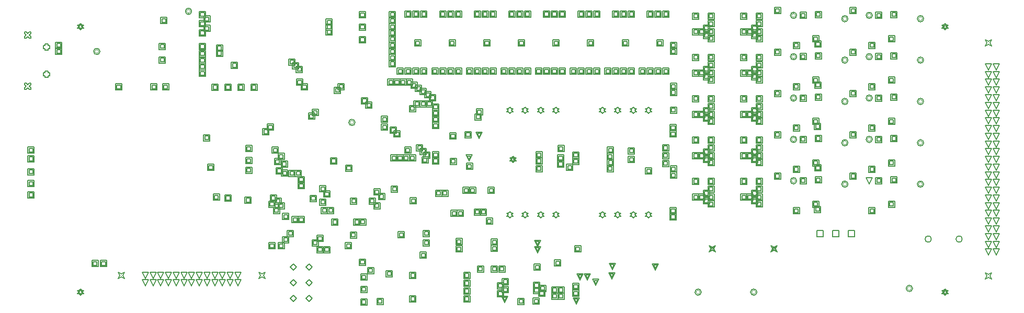
<source format=gbr>
%TF.GenerationSoftware,Altium Limited,Altium Designer,22.4.2 (48)*%
G04 Layer_Color=2752767*
%FSLAX45Y45*%
%MOMM*%
%TF.SameCoordinates,DD45EC1B-027E-4741-A071-7A00BA1CB46E*%
%TF.FilePolarity,Positive*%
%TF.FileFunction,Drawing*%
%TF.Part,Single*%
G01*
G75*
%TA.AperFunction,NonConductor*%
%ADD122C,0.12700*%
%ADD189C,0.16933*%
%ADD190C,0.10160*%
D122*
X14429201Y2249200D02*
Y2350800D01*
X14530800D01*
Y2249200D01*
X14429201D01*
X16700000Y4824200D02*
X16649200Y4925800D01*
X16750800D01*
X16700000Y4824200D01*
X16825000D02*
X16774200Y4925800D01*
X16875800D01*
X16825000Y4824200D01*
X16700000Y4574200D02*
X16649200Y4675800D01*
X16750800D01*
X16700000Y4574200D01*
X16825000D02*
X16774200Y4675800D01*
X16875800D01*
X16825000Y4574200D01*
X16700000Y4324200D02*
X16649200Y4425800D01*
X16750800D01*
X16700000Y4324200D01*
X16825000D02*
X16774200Y4425800D01*
X16875800D01*
X16825000Y4324200D01*
X16700000Y4074200D02*
X16649200Y4175800D01*
X16750800D01*
X16700000Y4074200D01*
X16825000D02*
X16774200Y4175800D01*
X16875800D01*
X16825000Y4074200D01*
X16700000Y3824200D02*
X16649200Y3925800D01*
X16750800D01*
X16700000Y3824200D01*
X16825000D02*
X16774200Y3925800D01*
X16875800D01*
X16825000Y3824200D01*
X16700000Y3574200D02*
X16649200Y3675800D01*
X16750800D01*
X16700000Y3574200D01*
X16825000D02*
X16774200Y3675800D01*
X16875800D01*
X16825000Y3574200D01*
X16700000Y3324200D02*
X16649200Y3425800D01*
X16750800D01*
X16700000Y3324200D01*
X16825000D02*
X16774200Y3425800D01*
X16875800D01*
X16825000Y3324200D01*
X16700000Y3074200D02*
X16649200Y3175800D01*
X16750800D01*
X16700000Y3074200D01*
X16825000D02*
X16774200Y3175800D01*
X16875800D01*
X16825000Y3074200D01*
X16700000Y2824200D02*
X16649200Y2925800D01*
X16750800D01*
X16700000Y2824200D01*
X16825000D02*
X16774200Y2925800D01*
X16875800D01*
X16825000Y2824200D01*
X16700000Y2574200D02*
X16649200Y2675800D01*
X16750800D01*
X16700000Y2574200D01*
X16825000D02*
X16774200Y2675800D01*
X16875800D01*
X16825000Y2574200D01*
X8949998Y4249199D02*
X8975398Y4274599D01*
X9000798D01*
X8975398Y4299999D01*
X9000798Y4325399D01*
X8975398D01*
X8949998Y4350799D01*
X8924598Y4325399D01*
X8899198D01*
X8924598Y4299999D01*
X8899198Y4274599D01*
X8924598D01*
X8949998Y4249199D01*
X9200000D02*
X9225400Y4274599D01*
X9250800D01*
X9225400Y4299999D01*
X9250800Y4325399D01*
X9225400D01*
X9200000Y4350799D01*
X9174600Y4325399D01*
X9149200D01*
X9174600Y4299999D01*
X9149200Y4274599D01*
X9174600D01*
X9200000Y4249199D01*
X9450002D02*
X9475402Y4274599D01*
X9500802D01*
X9475402Y4299999D01*
X9500802Y4325399D01*
X9475402D01*
X9450002Y4350799D01*
X9424602Y4325399D01*
X9399202D01*
X9424602Y4299999D01*
X9399202Y4274599D01*
X9424602D01*
X9450002Y4249199D01*
X9699999Y4249199D02*
X9725399Y4274599D01*
X9750799D01*
X9725399Y4299999D01*
X9750799Y4325399D01*
X9725399D01*
X9699999Y4350799D01*
X9674599Y4325399D01*
X9649199D01*
X9674599Y4299999D01*
X9649199Y4274599D01*
X9674599D01*
X9699999Y4249199D01*
X2609200Y1574200D02*
X2634600Y1625000D01*
X2609200Y1675800D01*
X2660000Y1650400D01*
X2710800Y1675800D01*
X2685400Y1625000D01*
X2710800Y1574200D01*
X2660000Y1599600D01*
X2609200Y1574200D01*
X4889201Y1574200D02*
X4914601Y1625000D01*
X4889201Y1675800D01*
X4940001Y1650400D01*
X4990801Y1675800D01*
X4965401Y1625000D01*
X4990801Y1574200D01*
X4940001Y1599600D01*
X4889201Y1574200D01*
X3050001Y1449201D02*
X2999201Y1550801D01*
X3100801D01*
X3050001Y1449201D01*
X3175000D02*
X3124200Y1550801D01*
X3225800D01*
X3175000Y1449201D01*
X3299998D02*
X3249198Y1550801D01*
X3350798D01*
X3299998Y1449201D01*
X3425002D02*
X3374202Y1550801D01*
X3475802D01*
X3425002Y1449201D01*
X3550001D02*
X3499201Y1550801D01*
X3600801D01*
X3550001Y1449201D01*
X3674999D02*
X3624199Y1550801D01*
X3725799D01*
X3674999Y1449201D01*
X3800003D02*
X3749203Y1550801D01*
X3850803D01*
X3800003Y1449201D01*
X3925001D02*
X3874201Y1550801D01*
X3975801D01*
X3925001Y1449201D01*
X4050000D02*
X3999200Y1550801D01*
X4100800D01*
X4050000Y1449201D01*
X4174998D02*
X4124198Y1550801D01*
X4225798D01*
X4174998Y1449201D01*
X4300002D02*
X4249202Y1550801D01*
X4350802D01*
X4300002Y1449201D01*
X4425000D02*
X4374200Y1550801D01*
X4475800D01*
X4425000Y1449201D01*
X4549998D02*
X4499198Y1550801D01*
X4600798D01*
X4549998Y1449201D01*
X3050002Y1574200D02*
X2999202Y1675800D01*
X3100802D01*
X3050002Y1574200D01*
X3175000D02*
X3124200Y1675800D01*
X3225800D01*
X3175000Y1574200D01*
X3299998D02*
X3249198Y1675800D01*
X3350798D01*
X3299998Y1574200D01*
X3425002D02*
X3374202Y1675800D01*
X3475802D01*
X3425002Y1574200D01*
X3550000D02*
X3499200Y1675800D01*
X3600800D01*
X3550000Y1574200D01*
X3674999D02*
X3624199Y1675800D01*
X3725799D01*
X3674999Y1574200D01*
X3800003D02*
X3749203Y1675800D01*
X3850803D01*
X3800003Y1574200D01*
X3925001D02*
X3874201Y1675800D01*
X3975801D01*
X3925001Y1574200D01*
X4050000D02*
X3999200Y1675800D01*
X4100800D01*
X4050000Y1574200D01*
X4174998D02*
X4124198Y1675800D01*
X4225798D01*
X4174998Y1574200D01*
X4300002D02*
X4249202Y1675800D01*
X4350802D01*
X4300002Y1574200D01*
X4425000D02*
X4374200Y1675800D01*
X4475800D01*
X4425000Y1574200D01*
X4549999D02*
X4499199Y1675800D01*
X4600799D01*
X4549999Y1574200D01*
X16700000Y2449200D02*
X16649200Y2550800D01*
X16750800D01*
X16700000Y2449200D01*
X16825000Y2324200D02*
X16774200Y2425800D01*
X16875800D01*
X16825000Y2324200D01*
Y2449200D02*
X16774200Y2550800D01*
X16875800D01*
X16825000Y2449200D01*
X16700000Y2199200D02*
X16649200Y2300800D01*
X16750800D01*
X16700000Y2199200D01*
X16825000D02*
X16774200Y2300800D01*
X16875800D01*
X16825000Y2199200D01*
X16700000Y2074200D02*
X16649200Y2175800D01*
X16750800D01*
X16700000Y2074200D01*
X16825000D02*
X16774200Y2175800D01*
X16875800D01*
X16825000Y2074200D01*
X16700000Y2324200D02*
X16649200Y2425800D01*
X16750800D01*
X16700000Y2324200D01*
Y1949200D02*
X16649200Y2050800D01*
X16750800D01*
X16700000Y1949200D01*
X16825000D02*
X16774200Y2050800D01*
X16875800D01*
X16825000Y1949200D01*
X16649200Y1559200D02*
X16674600Y1610000D01*
X16649200Y1660800D01*
X16700000Y1635400D01*
X16750800Y1660800D01*
X16725400Y1610000D01*
X16750800Y1559200D01*
X16700000Y1584600D01*
X16649200Y1559200D01*
Y5339200D02*
X16674600Y5390000D01*
X16649200Y5440800D01*
X16700000Y5415400D01*
X16750800Y5440800D01*
X16725400Y5390000D01*
X16750800Y5339200D01*
X16700000Y5364600D01*
X16649200Y5339200D01*
X16825000Y2699200D02*
X16774200Y2800800D01*
X16875800D01*
X16825000Y2699200D01*
Y2949200D02*
X16774200Y3050800D01*
X16875800D01*
X16825000Y2949200D01*
Y3199200D02*
X16774200Y3300800D01*
X16875800D01*
X16825000Y3199200D01*
Y3449200D02*
X16774200Y3550800D01*
X16875800D01*
X16825000Y3449200D01*
Y3699200D02*
X16774200Y3800800D01*
X16875800D01*
X16825000Y3699200D01*
Y3949200D02*
X16774200Y4050800D01*
X16875800D01*
X16825000Y3949200D01*
Y4199200D02*
X16774200Y4300800D01*
X16875800D01*
X16825000Y4199200D01*
Y4449200D02*
X16774200Y4550800D01*
X16875800D01*
X16825000Y4449200D01*
Y4699200D02*
X16774200Y4800800D01*
X16875800D01*
X16825000Y4699200D01*
Y4949200D02*
X16774200Y5050800D01*
X16875800D01*
X16825000Y4949200D01*
X16700000Y2699200D02*
X16649200Y2800800D01*
X16750800D01*
X16700000Y2699200D01*
Y2949200D02*
X16649200Y3050800D01*
X16750800D01*
X16700000Y2949200D01*
Y3199200D02*
X16649200Y3300800D01*
X16750800D01*
X16700000Y3199200D01*
Y3449200D02*
X16649200Y3550800D01*
X16750800D01*
X16700000Y3449200D01*
Y3699200D02*
X16649200Y3800800D01*
X16750800D01*
X16700000Y3699200D01*
Y3949200D02*
X16649200Y4050800D01*
X16750800D01*
X16700000Y3949200D01*
Y4199200D02*
X16649200Y4300800D01*
X16750800D01*
X16700000Y4199200D01*
Y4449200D02*
X16649200Y4550800D01*
X16750800D01*
X16700000Y4449200D01*
Y4699200D02*
X16649200Y4800800D01*
X16750800D01*
X16700000Y4699200D01*
Y4949200D02*
X16649200Y5050800D01*
X16750800D01*
X16700000Y4949200D01*
X13921201Y2249200D02*
Y2350800D01*
X14022800D01*
Y2249200D01*
X13921201D01*
X14175200D02*
Y2350800D01*
X14276801D01*
Y2249200D01*
X14175200D01*
X11200001Y2549201D02*
X11225401Y2574601D01*
X11250801D01*
X11225401Y2600001D01*
X11250801Y2625401D01*
X11225401D01*
X11200001Y2650801D01*
X11174601Y2625401D01*
X11149201D01*
X11174601Y2600001D01*
X11149201Y2574601D01*
X11174601D01*
X11200001Y2549201D01*
X10949999Y2549201D02*
X10975399Y2574601D01*
X11000799D01*
X10975399Y2600001D01*
X11000799Y2625401D01*
X10975399D01*
X10949999Y2650801D01*
X10924599Y2625401D01*
X10899199D01*
X10924599Y2600001D01*
X10899199Y2574601D01*
X10924599D01*
X10949999Y2549201D01*
X10699997D02*
X10725397Y2574601D01*
X10750797D01*
X10725397Y2600001D01*
X10750797Y2625401D01*
X10725397D01*
X10699997Y2650801D01*
X10674597Y2625401D01*
X10649197D01*
X10674597Y2600001D01*
X10649197Y2574601D01*
X10674597D01*
X10699997Y2549201D01*
X10450000D02*
X10475400Y2574601D01*
X10500800D01*
X10475400Y2600001D01*
X10500800Y2625401D01*
X10475400D01*
X10450000Y2650801D01*
X10424600Y2625401D01*
X10399200D01*
X10424600Y2600001D01*
X10399200Y2574601D01*
X10424600D01*
X10450000Y2549201D01*
X11199999Y4249201D02*
X11225399Y4274601D01*
X11250799D01*
X11225399Y4300001D01*
X11250799Y4325401D01*
X11225399D01*
X11199999Y4350801D01*
X11174599Y4325401D01*
X11149199D01*
X11174599Y4300001D01*
X11149199Y4274601D01*
X11174599D01*
X11199999Y4249201D01*
X10950002Y4249202D02*
X10975402Y4274602D01*
X11000802D01*
X10975402Y4300002D01*
X11000802Y4325402D01*
X10975402D01*
X10950002Y4350802D01*
X10924602Y4325402D01*
X10899202D01*
X10924602Y4300002D01*
X10899202Y4274602D01*
X10924602D01*
X10950002Y4249202D01*
X10700000D02*
X10725400Y4274602D01*
X10750800D01*
X10725400Y4300002D01*
X10750800Y4325402D01*
X10725400D01*
X10700000Y4350802D01*
X10674600Y4325402D01*
X10649200D01*
X10674600Y4300002D01*
X10649200Y4274602D01*
X10674600D01*
X10700000Y4249202D01*
X10449998D02*
X10475398Y4274602D01*
X10500798D01*
X10475398Y4300002D01*
X10500798Y4325402D01*
X10475398D01*
X10449998Y4350802D01*
X10424598Y4325402D01*
X10399198D01*
X10424598Y4300002D01*
X10399198Y4274602D01*
X10424598D01*
X10449998Y4249202D01*
X8949998Y2549199D02*
X8975398Y2574599D01*
X9000798D01*
X8975398Y2599999D01*
X9000798Y2625399D01*
X8975398D01*
X8949998Y2650799D01*
X8924598Y2625399D01*
X8899198D01*
X8924598Y2599999D01*
X8899198Y2574599D01*
X8924598D01*
X8949998Y2549199D01*
X9200000D02*
X9225400Y2574599D01*
X9250800D01*
X9225400Y2599999D01*
X9250800Y2625399D01*
X9225400D01*
X9200000Y2650799D01*
X9174600Y2625399D01*
X9149200D01*
X9174600Y2599999D01*
X9149200Y2574599D01*
X9174600D01*
X9200000Y2549199D01*
X9450002D02*
X9475402Y2574599D01*
X9500802D01*
X9475402Y2599999D01*
X9500802Y2625399D01*
X9475402D01*
X9450002Y2650799D01*
X9424602Y2625399D01*
X9399202D01*
X9424602Y2599999D01*
X9399202Y2574599D01*
X9424602D01*
X9450002Y2549199D01*
X9699999Y2549199D02*
X9725399Y2574599D01*
X9750799D01*
X9725399Y2599999D01*
X9750799Y2625399D01*
X9725399D01*
X9699999Y2650799D01*
X9674599Y2625399D01*
X9649199D01*
X9674599Y2599999D01*
X9649199Y2574599D01*
X9674599D01*
X9699999Y2549199D01*
X1424600Y5297100D02*
Y5271700D01*
X1475400D01*
Y5297100D01*
X1500800D01*
Y5347900D01*
X1475400D01*
Y5373300D01*
X1424600D01*
Y5347900D01*
X1399200D01*
Y5297100D01*
X1424600D01*
Y4852097D02*
Y4826697D01*
X1475400D01*
Y4852097D01*
X1500800D01*
Y4902897D01*
X1475400D01*
Y4928297D01*
X1424600D01*
Y4902897D01*
X1399200D01*
Y4852097D01*
X1424600D01*
X1099201Y4631702D02*
X1124601D01*
X1150001Y4657102D01*
X1175401Y4631702D01*
X1200801D01*
Y4657102D01*
X1175401Y4682502D01*
X1200801Y4707902D01*
Y4733302D01*
X1175401D01*
X1150001Y4707902D01*
X1124601Y4733302D01*
X1099201D01*
Y4707902D01*
X1124601Y4682502D01*
X1099201Y4657102D01*
Y4631702D01*
X1099201Y5466701D02*
X1124601D01*
X1150001Y5492101D01*
X1175401Y5466701D01*
X1200801D01*
Y5492101D01*
X1175401Y5517501D01*
X1200801Y5542901D01*
Y5568301D01*
X1175401D01*
X1150001Y5542901D01*
X1124601Y5568301D01*
X1099201D01*
Y5542901D01*
X1124601Y5517501D01*
X1099201Y5492101D01*
Y5466701D01*
X5654200Y1251000D02*
X5705000Y1301800D01*
X5755800Y1251000D01*
X5705000Y1200200D01*
X5654200Y1251000D01*
X5400200D02*
X5451000Y1301800D01*
X5501800Y1251000D01*
X5451000Y1200200D01*
X5400200Y1251000D01*
X5654200Y1505000D02*
X5705000Y1555800D01*
X5755800Y1505000D01*
X5705000Y1454200D01*
X5654200Y1505000D01*
X5400200D02*
X5451000Y1555800D01*
X5501800Y1505000D01*
X5451000Y1454200D01*
X5400200Y1505000D01*
X5654200Y1759000D02*
X5705000Y1809800D01*
X5755800Y1759000D01*
X5705000Y1708200D01*
X5654200Y1759000D01*
X5400200D02*
X5451000Y1809800D01*
X5501800Y1759000D01*
X5451000Y1708200D01*
X5400200Y1759000D01*
X7329200Y1189691D02*
Y1291291D01*
X7430800D01*
Y1189691D01*
X7329200D01*
X7349520Y1210011D02*
Y1270971D01*
X7410480D01*
Y1210011D01*
X7349520D01*
X7329200Y1570691D02*
Y1672291D01*
X7430800D01*
Y1570691D01*
X7329200D01*
X7349520Y1591011D02*
Y1651971D01*
X7410480D01*
Y1591011D01*
X7349520D01*
X14770000Y3104200D02*
X14719200Y3205800D01*
X14820799D01*
X14770000Y3104200D01*
X5939200Y2889200D02*
Y2990800D01*
X6040800D01*
Y2889200D01*
X5939200D01*
X5959520Y2909520D02*
Y2970480D01*
X6020480D01*
Y2909520D01*
X5959520D01*
X5875058Y2759200D02*
Y2860800D01*
X5976658D01*
Y2759200D01*
X5875058D01*
X5895378Y2779520D02*
Y2840480D01*
X5956338D01*
Y2779520D01*
X5895378D01*
X9400000Y1989200D02*
X9349200Y2090800D01*
X9450800D01*
X9400000Y1989200D01*
Y2009520D02*
X9369520Y2070480D01*
X9430480D01*
X9400000Y2009520D01*
Y2089200D02*
X9349200Y2190800D01*
X9450800D01*
X9400000Y2089200D01*
Y2109520D02*
X9369520Y2170480D01*
X9430480D01*
X9400000Y2109520D01*
X10210000Y1549200D02*
X10159200Y1650800D01*
X10260800D01*
X10210000Y1549200D01*
Y1569520D02*
X10179520Y1630480D01*
X10240480D01*
X10210000Y1569520D01*
X10090000Y1549200D02*
X10039200Y1650800D01*
X10140800D01*
X10090000Y1549200D01*
Y1569520D02*
X10059520Y1630480D01*
X10120480D01*
X10090000Y1569520D01*
X9999200Y1999200D02*
Y2100800D01*
X10100800D01*
Y1999200D01*
X9999200D01*
X10019520Y2019520D02*
Y2080480D01*
X10080480D01*
Y2019520D01*
X10019520D01*
X9969200Y1389200D02*
Y1490800D01*
X10070800D01*
Y1389200D01*
X9969200D01*
X9989520Y1409520D02*
Y1470480D01*
X10050480D01*
Y1409520D01*
X9989520D01*
X9969200Y1279200D02*
Y1380800D01*
X10070800D01*
Y1279200D01*
X9969200D01*
X9989520Y1299520D02*
Y1360480D01*
X10050480D01*
Y1299520D01*
X9989520D01*
X9676702Y1771702D02*
Y1873302D01*
X9778302D01*
Y1771702D01*
X9676702D01*
X9697022Y1792022D02*
Y1852982D01*
X9757982D01*
Y1792022D01*
X9697022D01*
X8569200Y2449200D02*
Y2550800D01*
X8670800D01*
Y2449200D01*
X8569200D01*
X8589520Y2469520D02*
Y2530480D01*
X8650480D01*
Y2469520D01*
X8589520D01*
X10025002Y1159201D02*
X9974202Y1260801D01*
X10075802D01*
X10025002Y1159201D01*
Y1179521D02*
X9994522Y1240481D01*
X10055482D01*
X10025002Y1179521D01*
X8649200Y2109200D02*
Y2210800D01*
X8750800D01*
Y2109200D01*
X8649200D01*
X8669520Y2129520D02*
Y2190480D01*
X8730480D01*
Y2129520D01*
X8669520D01*
X8649200Y2009200D02*
Y2110800D01*
X8750800D01*
Y2009200D01*
X8649200D01*
X8669520Y2029520D02*
Y2090480D01*
X8730480D01*
Y2029520D01*
X8669520D01*
X9629202Y1334201D02*
Y1435801D01*
X9730802D01*
Y1334201D01*
X9629202D01*
X9649522Y1354521D02*
Y1415481D01*
X9710482D01*
Y1354521D01*
X9649522D01*
X9729202Y1334201D02*
Y1435801D01*
X9830802D01*
Y1334201D01*
X9729202D01*
X9749522Y1354521D02*
Y1415481D01*
X9810482D01*
Y1354521D01*
X9749522D01*
X9629202Y1234201D02*
Y1335801D01*
X9730802D01*
Y1234201D01*
X9629202D01*
X9649522Y1254521D02*
Y1315481D01*
X9710482D01*
Y1254521D01*
X9649522D01*
X9729202Y1234201D02*
Y1335801D01*
X9830802D01*
Y1234201D01*
X9729202D01*
X9749522Y1254521D02*
Y1315481D01*
X9810482D01*
Y1254521D01*
X9749522D01*
X9084202Y1148250D02*
Y1249850D01*
X9185802D01*
Y1148250D01*
X9084202D01*
X9104522Y1168570D02*
Y1229530D01*
X9165482D01*
Y1168570D01*
X9104522D01*
X9329202Y1154201D02*
Y1255801D01*
X9430802D01*
Y1154201D01*
X9329202D01*
X9349522Y1174521D02*
Y1235481D01*
X9410482D01*
Y1174521D01*
X9349522D01*
X9334202Y1409201D02*
Y1510801D01*
X9435802D01*
Y1409201D01*
X9334202D01*
X9354522Y1429521D02*
Y1490481D01*
X9415482D01*
Y1429521D01*
X9354522D01*
X9334202Y1329201D02*
Y1430801D01*
X9435802D01*
Y1329201D01*
X9334202D01*
X9354522Y1349521D02*
Y1410481D01*
X9415482D01*
Y1349521D01*
X9354522D01*
X9344200Y1704200D02*
Y1805800D01*
X9445800D01*
Y1704200D01*
X9344200D01*
X9364520Y1724520D02*
Y1785480D01*
X9425480D01*
Y1724520D01*
X9364520D01*
X9419202Y1279201D02*
Y1380801D01*
X9520802D01*
Y1279201D01*
X9419202D01*
X9439522Y1299521D02*
Y1360481D01*
X9500482D01*
Y1299521D01*
X9439522D01*
X9434202Y1359201D02*
Y1460801D01*
X9535802D01*
Y1359201D01*
X9434202D01*
X9454522Y1379521D02*
Y1440481D01*
X9515482D01*
Y1379521D01*
X9454522D01*
X8870002Y1184201D02*
X8819202Y1285801D01*
X8920802D01*
X8870002Y1184201D01*
Y1204521D02*
X8839522Y1265481D01*
X8900482D01*
X8870002Y1204521D01*
X8749202Y1274201D02*
Y1375801D01*
X8850802D01*
Y1274201D01*
X8749202D01*
X8769522Y1294521D02*
Y1355481D01*
X8830482D01*
Y1294521D01*
X8769522D01*
X8829202Y1339202D02*
Y1440802D01*
X8930802D01*
Y1339202D01*
X8829202D01*
X8849522Y1359522D02*
Y1420482D01*
X8910482D01*
Y1359522D01*
X8849522D01*
X8749202Y1404201D02*
Y1505801D01*
X8850802D01*
Y1404201D01*
X8749202D01*
X8769522Y1424521D02*
Y1485481D01*
X8830482D01*
Y1424521D01*
X8769522D01*
X8829202Y1469202D02*
Y1570802D01*
X8930802D01*
Y1469202D01*
X8829202D01*
X8849522Y1489522D02*
Y1550482D01*
X8910482D01*
Y1489522D01*
X8849522D01*
X8649200Y1674200D02*
Y1775800D01*
X8750800D01*
Y1674200D01*
X8649200D01*
X8669520Y1694520D02*
Y1755480D01*
X8730480D01*
Y1694520D01*
X8669520D01*
X8774200Y1674200D02*
Y1775800D01*
X8875800D01*
Y1674200D01*
X8774200D01*
X8794520Y1694520D02*
Y1755480D01*
X8855480D01*
Y1694520D01*
X8794520D01*
X7549200Y2099200D02*
Y2200800D01*
X7650800D01*
Y2099200D01*
X7549200D01*
X7569520Y2119520D02*
Y2180480D01*
X7630480D01*
Y2119520D01*
X7569520D01*
X7549200Y2249200D02*
Y2350800D01*
X7650800D01*
Y2249200D01*
X7549200D01*
X7569520Y2269520D02*
Y2330480D01*
X7630480D01*
Y2269520D01*
X7569520D01*
X7144200Y2227861D02*
Y2329461D01*
X7245800D01*
Y2227861D01*
X7144200D01*
X7164520Y2248181D02*
Y2309141D01*
X7225480D01*
Y2248181D01*
X7164520D01*
X6649200Y1649200D02*
Y1750800D01*
X6750800D01*
Y1649200D01*
X6649200D01*
X6669520Y1669520D02*
Y1730480D01*
X6730480D01*
Y1669520D01*
X6669520D01*
X5829200Y1989200D02*
Y2090800D01*
X5930800D01*
Y1989200D01*
X5829200D01*
X5849520Y2009520D02*
Y2070480D01*
X5910480D01*
Y2009520D01*
X5849520D01*
X5939200Y1989200D02*
Y2090800D01*
X6040800D01*
Y1989200D01*
X5939200D01*
X5959520Y2009520D02*
Y2070480D01*
X6020480D01*
Y2009520D01*
X5959520D01*
X6067646Y2434200D02*
Y2535800D01*
X6169246D01*
Y2434200D01*
X6067646D01*
X6087966Y2454520D02*
Y2515480D01*
X6148926D01*
Y2454520D01*
X6087966D01*
X5749200Y2099200D02*
Y2200800D01*
X5850800D01*
Y2099200D01*
X5749200D01*
X5769520Y2119520D02*
Y2180480D01*
X5830480D01*
Y2119520D01*
X5769520D01*
X5829200Y2169200D02*
Y2270800D01*
X5930800D01*
Y2169200D01*
X5829200D01*
X5849520Y2189520D02*
Y2250480D01*
X5910480D01*
Y2189520D01*
X5849520D01*
X8079200Y1999200D02*
Y2100800D01*
X8180800D01*
Y1999200D01*
X8079200D01*
X8099520Y2019520D02*
Y2080480D01*
X8160480D01*
Y2019520D01*
X8099520D01*
X8079200Y2119200D02*
Y2220800D01*
X8180800D01*
Y2119200D01*
X8079200D01*
X8099520Y2139520D02*
Y2200480D01*
X8160480D01*
Y2139520D01*
X8099520D01*
X5424200Y2474200D02*
Y2575800D01*
X5525800D01*
Y2474200D01*
X5424200D01*
X5444520Y2494520D02*
Y2555480D01*
X5505480D01*
Y2494520D01*
X5444520D01*
X5524200Y2474200D02*
Y2575800D01*
X5625800D01*
Y2474200D01*
X5524200D01*
X5544520Y2494520D02*
Y2555480D01*
X5605480D01*
Y2494520D01*
X5544520D01*
X7999200Y2574200D02*
Y2675800D01*
X8100800D01*
Y2574200D01*
X7999200D01*
X8019520Y2594520D02*
Y2655480D01*
X8080480D01*
Y2594520D01*
X8019520D01*
X5999200Y2624200D02*
Y2725800D01*
X6100800D01*
Y2624200D01*
X5999200D01*
X6019520Y2644520D02*
Y2705480D01*
X6080480D01*
Y2644520D01*
X6019520D01*
X8599200Y2949200D02*
Y3050800D01*
X8700800D01*
Y2949200D01*
X8599200D01*
X8619520Y2969520D02*
Y3030480D01*
X8680480D01*
Y2969520D01*
X8619520D01*
X5899200Y2624200D02*
Y2725800D01*
X6000800D01*
Y2624200D01*
X5899200D01*
X5919520Y2644520D02*
Y2705480D01*
X5980480D01*
Y2644520D01*
X5919520D01*
X5719200Y2819200D02*
Y2920800D01*
X5820800D01*
Y2819200D01*
X5719200D01*
X5739520Y2839520D02*
Y2900480D01*
X5800480D01*
Y2839520D01*
X5739520D01*
X3999200Y5724200D02*
Y5825800D01*
X4100800D01*
Y5724200D01*
X3999200D01*
X4019520Y5744520D02*
Y5805480D01*
X4080480D01*
Y5744520D01*
X4019520D01*
X3924200Y5649200D02*
Y5750800D01*
X4025800D01*
Y5649200D01*
X3924200D01*
X3944520Y5669520D02*
Y5730480D01*
X4005480D01*
Y5669520D01*
X3944520D01*
X3999200Y5574200D02*
Y5675800D01*
X4100800D01*
Y5574200D01*
X3999200D01*
X4019520Y5594520D02*
Y5655480D01*
X4080480D01*
Y5594520D01*
X4019520D01*
X7249200Y3599200D02*
Y3700800D01*
X7350800D01*
Y3599200D01*
X7249200D01*
X7269520Y3619520D02*
Y3680480D01*
X7330480D01*
Y3619520D01*
X7269520D01*
X9869200Y3319200D02*
Y3420800D01*
X9970800D01*
Y3319200D01*
X9869200D01*
X9889520Y3339520D02*
Y3400480D01*
X9950480D01*
Y3339520D01*
X9889520D01*
X11424200Y3636701D02*
Y3738301D01*
X11525800D01*
Y3636701D01*
X11424200D01*
X11444520Y3657021D02*
Y3717981D01*
X11505480D01*
Y3657021D01*
X11444520D01*
X11424200Y3511698D02*
Y3613298D01*
X11525800D01*
Y3511698D01*
X11424200D01*
X11444520Y3532018D02*
Y3592978D01*
X11505480D01*
Y3532018D01*
X11444520D01*
X11424200Y3386699D02*
Y3488299D01*
X11525800D01*
Y3386699D01*
X11424200D01*
X11444520Y3407019D02*
Y3467979D01*
X11505480D01*
Y3407019D01*
X11444520D01*
X10529200Y3399200D02*
Y3500800D01*
X10630800D01*
Y3399200D01*
X10529200D01*
X10549520Y3419520D02*
Y3480480D01*
X10610480D01*
Y3419520D01*
X10549520D01*
X10869200Y3449200D02*
Y3550800D01*
X10970800D01*
Y3449200D01*
X10869200D01*
X10889520Y3469520D02*
Y3530480D01*
X10950480D01*
Y3469520D01*
X10889520D01*
X10869200Y3589200D02*
Y3690800D01*
X10970800D01*
Y3589200D01*
X10869200D01*
X10889520Y3609520D02*
Y3670480D01*
X10950480D01*
Y3609520D01*
X10889520D01*
X9969200Y3519200D02*
Y3620800D01*
X10070800D01*
Y3519200D01*
X9969200D01*
X9989520Y3539520D02*
Y3600480D01*
X10050480D01*
Y3539520D01*
X9989520D01*
X9969200Y3419200D02*
Y3520800D01*
X10070800D01*
Y3419200D01*
X9969200D01*
X9989520Y3439520D02*
Y3500480D01*
X10050480D01*
Y3439520D01*
X9989520D01*
X3299200Y5699200D02*
Y5800800D01*
X3400800D01*
Y5699200D01*
X3299200D01*
X3319520Y5719520D02*
Y5780480D01*
X3380480D01*
Y5719520D01*
X3319520D01*
X9374200Y3299200D02*
Y3400800D01*
X9475800D01*
Y3299200D01*
X9374200D01*
X9394520Y3319520D02*
Y3380480D01*
X9455480D01*
Y3319520D01*
X9394520D01*
X8099200Y2574200D02*
Y2675800D01*
X8200800D01*
Y2574200D01*
X8099200D01*
X8119520Y2594520D02*
Y2655480D01*
X8180480D01*
Y2594520D01*
X8119520D01*
X10345000Y1459200D02*
X10294200Y1560800D01*
X10395800D01*
X10345000Y1459200D01*
Y1479520D02*
X10314520Y1540480D01*
X10375480D01*
X10345000Y1479520D01*
X2184200Y1764200D02*
Y1865800D01*
X2285800D01*
Y1764200D01*
X2184200D01*
X2204520Y1784520D02*
Y1845480D01*
X2265480D01*
Y1784520D01*
X2204520D01*
X2324200Y1764200D02*
Y1865800D01*
X2425800D01*
Y1764200D01*
X2324200D01*
X2344520Y1784520D02*
Y1845480D01*
X2405480D01*
Y1784520D01*
X2344520D01*
X7499200Y1899200D02*
Y2000800D01*
X7600800D01*
Y1899200D01*
X7499200D01*
X7519520Y1919520D02*
Y1980480D01*
X7580480D01*
Y1919520D01*
X7519520D01*
X6874200Y3974200D02*
Y4075800D01*
X6975800D01*
Y3974200D01*
X6874200D01*
X6894520Y3994520D02*
Y4055480D01*
X6955480D01*
Y3994520D01*
X6894520D01*
X6874200Y4099200D02*
Y4200800D01*
X6975800D01*
Y4099200D01*
X6874200D01*
X6894520Y4119520D02*
Y4180480D01*
X6955480D01*
Y4119520D01*
X6894520D01*
X5524200Y3024200D02*
Y3125800D01*
X5625800D01*
Y3024200D01*
X5524200D01*
X5544520Y3044520D02*
Y3105480D01*
X5605480D01*
Y3044520D01*
X5544520D01*
X5524200Y3124200D02*
Y3225800D01*
X5625800D01*
Y3124200D01*
X5524200D01*
X5544520Y3144520D02*
Y3205480D01*
X5605480D01*
Y3144520D01*
X5544520D01*
X6949200Y1599200D02*
Y1700800D01*
X7050800D01*
Y1599200D01*
X6949200D01*
X6969520Y1619520D02*
Y1680480D01*
X7030480D01*
Y1619520D01*
X6969520D01*
X6799200Y1149200D02*
Y1250800D01*
X6900800D01*
Y1149200D01*
X6799200D01*
X6819520Y1169520D02*
Y1230480D01*
X6880480D01*
Y1169520D01*
X6819520D01*
X7324200Y4274200D02*
Y4375800D01*
X7425800D01*
Y4274200D01*
X7324200D01*
X7344520Y4294520D02*
Y4355480D01*
X7405480D01*
Y4294520D01*
X7344520D01*
X7399200Y4349200D02*
Y4450800D01*
X7500800D01*
Y4349200D01*
X7399200D01*
X7419520Y4369520D02*
Y4430480D01*
X7480480D01*
Y4369520D01*
X7419520D01*
X7499200Y4349200D02*
Y4450800D01*
X7600800D01*
Y4349200D01*
X7499200D01*
X7519520Y4369520D02*
Y4430480D01*
X7580480D01*
Y4369520D01*
X7519520D01*
X7599200Y4349200D02*
Y4450800D01*
X7700800D01*
Y4349200D01*
X7599200D01*
X7619520Y4369520D02*
Y4430480D01*
X7680480D01*
Y4369520D01*
X7619520D01*
X4444200Y4974200D02*
Y5075800D01*
X4545800D01*
Y4974200D01*
X4444200D01*
X4464520Y4994520D02*
Y5055480D01*
X4525480D01*
Y4994520D01*
X4464520D01*
X4129200Y4619200D02*
Y4720800D01*
X4230800D01*
Y4619200D01*
X4129200D01*
X4149520Y4639520D02*
Y4700480D01*
X4210480D01*
Y4639520D01*
X4149520D01*
X4339200Y4619200D02*
Y4720800D01*
X4440800D01*
Y4619200D01*
X4339200D01*
X4359520Y4639520D02*
Y4700480D01*
X4420480D01*
Y4639520D01*
X4359520D01*
X4549200Y4619200D02*
Y4720800D01*
X4650800D01*
Y4619200D01*
X4549200D01*
X4569520Y4639520D02*
Y4700480D01*
X4630480D01*
Y4639520D01*
X4569520D01*
X4759200Y4619200D02*
Y4720800D01*
X4860800D01*
Y4619200D01*
X4759200D01*
X4779520Y4639520D02*
Y4700480D01*
X4840480D01*
Y4639520D01*
X4779520D01*
X11544200Y3864200D02*
Y3965800D01*
X11645800D01*
Y3864200D01*
X11544200D01*
X11564520Y3884520D02*
Y3945480D01*
X11625480D01*
Y3884520D01*
X11564520D01*
X12159199Y5519200D02*
Y5620800D01*
X12260799D01*
Y5519200D01*
X12159199D01*
X12179519Y5539520D02*
Y5600480D01*
X12240479D01*
Y5539520D01*
X12179519D01*
X5874200Y2974200D02*
Y3075800D01*
X5975800D01*
Y2974200D01*
X5874200D01*
X5894520Y2994520D02*
Y3055480D01*
X5955480D01*
Y2994520D01*
X5894520D01*
X4664200Y2789200D02*
Y2890800D01*
X4765800D01*
Y2789200D01*
X4664200D01*
X4684520Y2809520D02*
Y2870480D01*
X4745480D01*
Y2809520D01*
X4684520D01*
X4339200Y2824200D02*
Y2925800D01*
X4440800D01*
Y2824200D01*
X4339200D01*
X4359520Y2844520D02*
Y2905480D01*
X4420480D01*
Y2844520D01*
X4359520D01*
X4149200Y2839200D02*
Y2940800D01*
X4250800D01*
Y2839200D01*
X4149200D01*
X4169520Y2859520D02*
Y2920480D01*
X4230480D01*
Y2859520D01*
X4169520D01*
X4059200Y3319200D02*
Y3420800D01*
X4160800D01*
Y3319200D01*
X4059200D01*
X4079520Y3339520D02*
Y3400480D01*
X4140480D01*
Y3339520D01*
X4079520D01*
X3994200Y3799200D02*
Y3900800D01*
X4095800D01*
Y3799200D01*
X3994200D01*
X4014520Y3819520D02*
Y3880480D01*
X4075480D01*
Y3819520D01*
X4014520D01*
X5074200Y2824200D02*
Y2925800D01*
X5175800D01*
Y2824200D01*
X5074200D01*
X5094520Y2844520D02*
Y2905480D01*
X5155480D01*
Y2844520D01*
X5094520D01*
X5169200Y3264200D02*
Y3365800D01*
X5270800D01*
Y3264200D01*
X5169200D01*
X5189520Y3284520D02*
Y3345480D01*
X5250480D01*
Y3284520D01*
X5189520D01*
X4949200Y3899200D02*
Y4000800D01*
X5050800D01*
Y3899200D01*
X4949200D01*
X4969520Y3919520D02*
Y3980480D01*
X5030480D01*
Y3919520D01*
X4969520D01*
X5024200Y3974200D02*
Y4075800D01*
X5125800D01*
Y3974200D01*
X5024200D01*
X5044520Y3994520D02*
Y4055480D01*
X5105480D01*
Y3994520D01*
X5044520D01*
X5249200Y3374200D02*
Y3475800D01*
X5350800D01*
Y3374200D01*
X5249200D01*
X5269520Y3394520D02*
Y3455480D01*
X5330480D01*
Y3394520D01*
X5269520D01*
X5139200Y3414200D02*
Y3515800D01*
X5240800D01*
Y3414200D01*
X5139200D01*
X5159520Y3434520D02*
Y3495480D01*
X5220480D01*
Y3434520D01*
X5159520D01*
X5474200Y3224200D02*
Y3325800D01*
X5575800D01*
Y3224200D01*
X5474200D01*
X5494520Y3244520D02*
Y3305480D01*
X5555480D01*
Y3244520D01*
X5494520D01*
X5374200Y3224200D02*
Y3325800D01*
X5475800D01*
Y3224200D01*
X5374200D01*
X5394520Y3244520D02*
Y3305480D01*
X5455480D01*
Y3244520D01*
X5394520D01*
X6749200Y2924200D02*
Y3025800D01*
X6850800D01*
Y2924200D01*
X6749200D01*
X6769520Y2944520D02*
Y3005480D01*
X6830480D01*
Y2944520D01*
X6769520D01*
X6824200Y2849200D02*
Y2950800D01*
X6925800D01*
Y2849200D01*
X6824200D01*
X6844520Y2869520D02*
Y2930480D01*
X6905480D01*
Y2869520D01*
X6844520D01*
X7339200Y2779200D02*
Y2880800D01*
X7440800D01*
Y2779200D01*
X7339200D01*
X7359520Y2799520D02*
Y2860480D01*
X7420480D01*
Y2799520D01*
X7359520D01*
X7034200Y2969200D02*
Y3070800D01*
X7135800D01*
Y2969200D01*
X7034200D01*
X7054520Y2989520D02*
Y3050480D01*
X7115480D01*
Y2989520D01*
X7054520D01*
X5574200Y4624200D02*
Y4725800D01*
X5675800D01*
Y4624200D01*
X5574200D01*
X5594520Y4644520D02*
Y4705480D01*
X5655480D01*
Y4644520D01*
X5594520D01*
X5499200Y4699200D02*
Y4800800D01*
X5600800D01*
Y4699200D01*
X5499200D01*
X5519520Y4719520D02*
Y4780480D01*
X5580480D01*
Y4719520D01*
X5519520D01*
X11549200Y4249201D02*
Y4350801D01*
X11650800D01*
Y4249201D01*
X11549200D01*
X11569520Y4269521D02*
Y4330481D01*
X11630480D01*
Y4269521D01*
X11569520D01*
X8194200Y2949200D02*
Y3050800D01*
X8295800D01*
Y2949200D01*
X8194200D01*
X8214520Y2969520D02*
Y3030480D01*
X8275480D01*
Y2969520D01*
X8214520D01*
X8299200Y2949200D02*
Y3050800D01*
X8400800D01*
Y2949200D01*
X8299200D01*
X8319520Y2969520D02*
Y3030480D01*
X8380480D01*
Y2969520D01*
X8319520D01*
X8374200Y2599200D02*
Y2700800D01*
X8475800D01*
Y2599200D01*
X8374200D01*
X8394520Y2619520D02*
Y2680480D01*
X8455480D01*
Y2619520D01*
X8394520D01*
X8474200Y2599200D02*
Y2700800D01*
X8575800D01*
Y2599200D01*
X8474200D01*
X8494520Y2619520D02*
Y2680480D01*
X8555480D01*
Y2619520D01*
X8494520D01*
X6519200Y2436500D02*
Y2538100D01*
X6620800D01*
Y2436500D01*
X6519200D01*
X6539520Y2456820D02*
Y2517780D01*
X6600480D01*
Y2456820D01*
X6539520D01*
X6424200Y2434200D02*
Y2535800D01*
X6525800D01*
Y2434200D01*
X6424200D01*
X6444520Y2454520D02*
Y2515480D01*
X6505480D01*
Y2454520D01*
X6444520D01*
X6369200Y2224200D02*
Y2325800D01*
X6470800D01*
Y2224200D01*
X6369200D01*
X6389520Y2244520D02*
Y2305480D01*
X6450480D01*
Y2244520D01*
X6389520D01*
X7699200Y4099200D02*
Y4200800D01*
X7800800D01*
Y4099200D01*
X7699200D01*
X7719520Y4119520D02*
Y4180480D01*
X7780480D01*
Y4119520D01*
X7719520D01*
X7699200Y3999200D02*
Y4100800D01*
X7800800D01*
Y3999200D01*
X7699200D01*
X7719520Y4019520D02*
Y4080480D01*
X7780480D01*
Y4019520D01*
X7719520D01*
X7699200Y4199200D02*
Y4300800D01*
X7800800D01*
Y4199200D01*
X7699200D01*
X7719520Y4219520D02*
Y4280480D01*
X7780480D01*
Y4219520D01*
X7719520D01*
X7849200Y2904200D02*
Y3005800D01*
X7950800D01*
Y2904200D01*
X7849200D01*
X7869520Y2924520D02*
Y2985480D01*
X7930480D01*
Y2924520D01*
X7869520D01*
X7749200Y2904200D02*
Y3005800D01*
X7850800D01*
Y2904200D01*
X7749200D01*
X7769520Y2924520D02*
Y2985480D01*
X7830480D01*
Y2924520D01*
X7769520D01*
X12789198Y2839200D02*
Y2940800D01*
X12890797D01*
Y2839200D01*
X12789198D01*
X12809518Y2859520D02*
Y2920480D01*
X12870477D01*
Y2859520D01*
X12809518D01*
X11549200Y3194200D02*
Y3295800D01*
X11650800D01*
Y3194200D01*
X11549200D01*
X11569520Y3214520D02*
Y3275480D01*
X11630480D01*
Y3214520D01*
X11569520D01*
X7124200Y3474200D02*
Y3575800D01*
X7225800D01*
Y3474200D01*
X7124200D01*
X7144520Y3494520D02*
Y3555480D01*
X7205480D01*
Y3494520D01*
X7144520D01*
X7024200Y3474200D02*
Y3575800D01*
X7125800D01*
Y3474200D01*
X7024200D01*
X7044520Y3494520D02*
Y3555480D01*
X7105480D01*
Y3494520D01*
X7044520D01*
X7224200Y3474200D02*
Y3575800D01*
X7325800D01*
Y3474200D01*
X7224200D01*
X7244520Y3494520D02*
Y3555480D01*
X7305480D01*
Y3494520D01*
X7244520D01*
X7324200Y3474200D02*
Y3575800D01*
X7425800D01*
Y3474200D01*
X7324200D01*
X7344520Y3494520D02*
Y3555480D01*
X7405480D01*
Y3494520D01*
X7344520D01*
X8424200Y1674200D02*
Y1775800D01*
X8525800D01*
Y1674200D01*
X8424200D01*
X8444520Y1694520D02*
Y1755480D01*
X8505480D01*
Y1694520D01*
X8444520D01*
X15119200Y3119200D02*
Y3220800D01*
X15220799D01*
Y3119200D01*
X15119200D01*
X15139520Y3139520D02*
Y3200480D01*
X15200481D01*
Y3139520D01*
X15139520D01*
X7942197Y4879201D02*
Y4980801D01*
X8043797D01*
Y4879201D01*
X7942197D01*
X7962517Y4899521D02*
Y4960481D01*
X8023477D01*
Y4899521D01*
X7962517D01*
X7815197Y4879201D02*
Y4980801D01*
X7916797D01*
Y4879201D01*
X7815197D01*
X7835517Y4899521D02*
Y4960481D01*
X7896477D01*
Y4899521D01*
X7835517D01*
X8069197Y4879201D02*
Y4980801D01*
X8170797D01*
Y4879201D01*
X8069197D01*
X8089517Y4899521D02*
Y4960481D01*
X8150477D01*
Y4899521D01*
X8089517D01*
X7424200Y4599200D02*
Y4700800D01*
X7525800D01*
Y4599200D01*
X7424200D01*
X7444520Y4619520D02*
Y4680480D01*
X7505480D01*
Y4619520D01*
X7444520D01*
X7174200Y4699200D02*
Y4800800D01*
X7275800D01*
Y4699200D01*
X7174200D01*
X7194520Y4719520D02*
Y4780480D01*
X7255480D01*
Y4719520D01*
X7194520D01*
X7074200Y4699200D02*
Y4800800D01*
X7175800D01*
Y4699200D01*
X7074200D01*
X7094520Y4719520D02*
Y4780480D01*
X7155480D01*
Y4719520D01*
X7094520D01*
X7128198Y4879201D02*
Y4980801D01*
X7229798D01*
Y4879201D01*
X7128198D01*
X7148518Y4899521D02*
Y4960481D01*
X7209478D01*
Y4899521D01*
X7148518D01*
X11909259Y5104131D02*
Y5205731D01*
X12010859D01*
Y5104131D01*
X11909259D01*
X11929579Y5124451D02*
Y5185411D01*
X11990539D01*
Y5124451D01*
X11929579D01*
X12159199Y5104200D02*
Y5205800D01*
X12260799D01*
Y5104200D01*
X12159199D01*
X12179519Y5124520D02*
Y5185480D01*
X12240479D01*
Y5124520D01*
X12179519D01*
X11909199Y5774200D02*
Y5875800D01*
X12010799D01*
Y5774200D01*
X11909199D01*
X11929519Y5794520D02*
Y5855480D01*
X11990479D01*
Y5794520D01*
X11929519D01*
X12159199Y5774200D02*
Y5875800D01*
X12260799D01*
Y5774200D01*
X12159199D01*
X12179519Y5794520D02*
Y5855480D01*
X12240479D01*
Y5794520D01*
X12179519D01*
X12159199Y5649200D02*
Y5750800D01*
X12260799D01*
Y5649200D01*
X12159199D01*
X12179519Y5669520D02*
Y5730480D01*
X12240479D01*
Y5669520D01*
X12179519D01*
X6749200Y2699200D02*
Y2800800D01*
X6850800D01*
Y2699200D01*
X6749200D01*
X6769520Y2719520D02*
Y2780480D01*
X6830480D01*
Y2719520D01*
X6769520D01*
X7699200Y3524200D02*
Y3625800D01*
X7800800D01*
Y3524200D01*
X7699200D01*
X7719520Y3544520D02*
Y3605480D01*
X7780480D01*
Y3544520D01*
X7719520D01*
X7699200Y3424200D02*
Y3525800D01*
X7800800D01*
Y3424200D01*
X7699200D01*
X7719520Y3444520D02*
Y3505480D01*
X7780480D01*
Y3444520D01*
X7719520D01*
X12159199Y3094200D02*
Y3195800D01*
X12260799D01*
Y3094200D01*
X12159199D01*
X12179519Y3114520D02*
Y3175480D01*
X12240479D01*
Y3114520D01*
X12179519D01*
X12159199Y2969200D02*
Y3070800D01*
X12260799D01*
Y2969200D01*
X12159199D01*
X12179519Y2989520D02*
Y3050480D01*
X12240479D01*
Y2989520D01*
X12179519D01*
X7649200Y4449200D02*
Y4550800D01*
X7750800D01*
Y4449200D01*
X7649200D01*
X7669520Y4469520D02*
Y4530480D01*
X7730480D01*
Y4469520D01*
X7669520D01*
X7574200Y4499200D02*
Y4600800D01*
X7675800D01*
Y4499200D01*
X7574200D01*
X7594520Y4519520D02*
Y4580480D01*
X7655480D01*
Y4519520D01*
X7594520D01*
X7499200Y4549200D02*
Y4650800D01*
X7600800D01*
Y4549200D01*
X7499200D01*
X7519520Y4569520D02*
Y4630480D01*
X7580480D01*
Y4569520D01*
X7519520D01*
X7349200Y4649200D02*
Y4750800D01*
X7450800D01*
Y4649200D01*
X7349200D01*
X7369520Y4669520D02*
Y4730480D01*
X7430480D01*
Y4669520D01*
X7369520D01*
X7274200Y4699200D02*
Y4800800D01*
X7375800D01*
Y4699200D01*
X7274200D01*
X7294520Y4719520D02*
Y4780480D01*
X7355480D01*
Y4719520D01*
X7294520D01*
X7699200Y4299200D02*
Y4400800D01*
X7800800D01*
Y4299200D01*
X7699200D01*
X7719520Y4319520D02*
Y4380480D01*
X7780480D01*
Y4319520D01*
X7719520D01*
X6974200Y4699200D02*
Y4800800D01*
X7075800D01*
Y4699200D01*
X6974200D01*
X6994520Y4719520D02*
Y4780480D01*
X7055480D01*
Y4719520D01*
X6994520D01*
X6999200Y4999200D02*
Y5100800D01*
X7100800D01*
Y4999200D01*
X6999200D01*
X7019520Y5019520D02*
Y5080480D01*
X7080480D01*
Y5019520D01*
X7019520D01*
X6999200Y5099200D02*
Y5200800D01*
X7100800D01*
Y5099200D01*
X6999200D01*
X7019520Y5119520D02*
Y5180480D01*
X7080480D01*
Y5119520D01*
X7019520D01*
X7409200Y5334200D02*
Y5435800D01*
X7510800D01*
Y5334200D01*
X7409200D01*
X7429520Y5354520D02*
Y5415480D01*
X7490480D01*
Y5354520D01*
X7429520D01*
X9089200Y5334200D02*
Y5435800D01*
X9190800D01*
Y5334200D01*
X9089200D01*
X9109520Y5354520D02*
Y5415480D01*
X9170480D01*
Y5354520D01*
X9109520D01*
X6999200Y5199200D02*
Y5300800D01*
X7100800D01*
Y5199200D01*
X6999200D01*
X7019520Y5219520D02*
Y5280480D01*
X7080480D01*
Y5219520D01*
X7019520D01*
X11549200Y4534200D02*
Y4635800D01*
X11650800D01*
Y4534200D01*
X11549200D01*
X11569520Y4554520D02*
Y4615480D01*
X11630480D01*
Y4554520D01*
X11569520D01*
X6999200Y5299200D02*
Y5400800D01*
X7100800D01*
Y5299200D01*
X6999200D01*
X7019520Y5319520D02*
Y5380480D01*
X7080480D01*
Y5319520D01*
X7019520D01*
X6999200Y5399200D02*
Y5500800D01*
X7100800D01*
Y5399200D01*
X6999200D01*
X7019520Y5419520D02*
Y5480480D01*
X7080480D01*
Y5419520D01*
X7019520D01*
X11048197Y4879201D02*
Y4980801D01*
X11149797D01*
Y4879201D01*
X11048197D01*
X11068517Y4899521D02*
Y4960481D01*
X11129477D01*
Y4899521D01*
X11068517D01*
X6999200Y5499200D02*
Y5600800D01*
X7100800D01*
Y5499200D01*
X6999200D01*
X7019520Y5519520D02*
Y5580480D01*
X7080480D01*
Y5519520D01*
X7019520D01*
X6999200Y5599200D02*
Y5700800D01*
X7100800D01*
Y5599200D01*
X6999200D01*
X7019520Y5619520D02*
Y5680480D01*
X7080480D01*
Y5619520D01*
X7019520D01*
X6999200Y5699200D02*
Y5800800D01*
X7100800D01*
Y5699200D01*
X6999200D01*
X7019520Y5719520D02*
Y5780480D01*
X7080480D01*
Y5719520D01*
X7019520D01*
X8455000Y3839200D02*
X8404200Y3940800D01*
X8505800D01*
X8455000Y3839200D01*
Y3859520D02*
X8424520Y3920480D01*
X8485480D01*
X8455000Y3859520D01*
X1149200Y3459200D02*
Y3560800D01*
X1250800D01*
Y3459200D01*
X1149200D01*
X1169520Y3479520D02*
Y3540480D01*
X1230480D01*
Y3479520D01*
X1169520D01*
X7509198Y5804198D02*
Y5905798D01*
X7610798D01*
Y5804198D01*
X7509198D01*
X7529518Y5824518D02*
Y5885478D01*
X7590478D01*
Y5824518D01*
X7529518D01*
X7255198Y5804198D02*
Y5905798D01*
X7356798D01*
Y5804198D01*
X7255198D01*
X7275518Y5824518D02*
Y5885478D01*
X7336478D01*
Y5824518D01*
X7275518D01*
X7979200Y3829200D02*
Y3930800D01*
X8080800D01*
Y3829200D01*
X7979200D01*
X7999520Y3849520D02*
Y3910480D01*
X8060480D01*
Y3849520D01*
X7999520D01*
X7984200Y3419200D02*
Y3520800D01*
X8085800D01*
Y3419200D01*
X7984200D01*
X8004520Y3439520D02*
Y3500480D01*
X8065480D01*
Y3439520D01*
X8004520D01*
X8935197Y5804198D02*
Y5905798D01*
X9036797D01*
Y5804198D01*
X8935197D01*
X8955517Y5824518D02*
Y5885478D01*
X9016477D01*
Y5824518D01*
X8955517D01*
X6999200Y5799200D02*
Y5900800D01*
X7100800D01*
Y5799200D01*
X6999200D01*
X7019520Y5819520D02*
Y5880480D01*
X7080480D01*
Y5819520D01*
X7019520D01*
X12939198Y5519200D02*
Y5620800D01*
X13040797D01*
Y5519200D01*
X12939198D01*
X12959518Y5539520D02*
Y5600480D01*
X13020477D01*
Y5539520D01*
X12959518D01*
X12939198Y5409200D02*
Y5510800D01*
X13040799D01*
Y5409200D01*
X12939198D01*
X12959518Y5429520D02*
Y5490480D01*
X13020479D01*
Y5429520D01*
X12959518D01*
X12689198Y5774200D02*
Y5875800D01*
X12790798D01*
Y5774200D01*
X12689198D01*
X12709518Y5794520D02*
Y5855480D01*
X12770478D01*
Y5794520D01*
X12709518D01*
X11549200Y3294200D02*
Y3395800D01*
X11650800D01*
Y3294200D01*
X11549200D01*
X11569520Y3314520D02*
Y3375480D01*
X11630480D01*
Y3314520D01*
X11569520D01*
X12939198Y3094200D02*
Y3195800D01*
X13040797D01*
Y3094200D01*
X12939198D01*
X12959518Y3114520D02*
Y3175480D01*
X13020477D01*
Y3114520D01*
X12959518D01*
X5974200Y5514200D02*
Y5615800D01*
X6075800D01*
Y5514200D01*
X5974200D01*
X5994520Y5534520D02*
Y5595480D01*
X6055480D01*
Y5534520D01*
X5994520D01*
X5974200Y5594200D02*
Y5695800D01*
X6075800D01*
Y5594200D01*
X5974200D01*
X5994520Y5614520D02*
Y5675480D01*
X6055480D01*
Y5614520D01*
X5994520D01*
X5974200Y5674200D02*
Y5775800D01*
X6075800D01*
Y5674200D01*
X5974200D01*
X5994520Y5694520D02*
Y5755480D01*
X6055480D01*
Y5694520D01*
X5994520D01*
X5494200Y4909200D02*
Y5010800D01*
X5595800D01*
Y4909200D01*
X5494200D01*
X5514520Y4929520D02*
Y4990480D01*
X5575480D01*
Y4929520D01*
X5514520D01*
X5434200Y4969200D02*
Y5070800D01*
X5535800D01*
Y4969200D01*
X5434200D01*
X5454520Y4989520D02*
Y5050480D01*
X5515480D01*
Y4989520D01*
X5454520D01*
X5374200Y5029200D02*
Y5130800D01*
X5475800D01*
Y5029200D01*
X5374200D01*
X5394520Y5049520D02*
Y5110480D01*
X5455480D01*
Y5049520D01*
X5394520D01*
X7815197Y5804198D02*
Y5905798D01*
X7916797D01*
Y5804198D01*
X7815197D01*
X7835517Y5824518D02*
Y5885478D01*
X7896477D01*
Y5824518D01*
X7835517D01*
X11175197Y5804198D02*
Y5905798D01*
X11276797D01*
Y5804198D01*
X11175197D01*
X11195517Y5824518D02*
Y5885478D01*
X11256477D01*
Y5824518D01*
X11195517D01*
X7942197Y5804198D02*
Y5905798D01*
X8043797D01*
Y5804198D01*
X7942197D01*
X7962517Y5824518D02*
Y5885478D01*
X8023477D01*
Y5824518D01*
X7962517D01*
X11302197Y5804198D02*
Y5905798D01*
X11403797D01*
Y5804198D01*
X11302197D01*
X11322517Y5824518D02*
Y5885478D01*
X11383477D01*
Y5824518D01*
X11322517D01*
X11302197Y4879201D02*
Y4980801D01*
X11403797D01*
Y4879201D01*
X11302197D01*
X11322517Y4899521D02*
Y4960481D01*
X11383477D01*
Y4899521D01*
X11322517D01*
X9495197Y5804198D02*
Y5905798D01*
X9596797D01*
Y5804198D01*
X9495197D01*
X9515517Y5824518D02*
Y5885478D01*
X9576477D01*
Y5824518D01*
X9515517D01*
X10869197Y5804198D02*
Y5905798D01*
X10970797D01*
Y5804198D01*
X10869197D01*
X10889517Y5824518D02*
Y5885478D01*
X10950477D01*
Y5824518D01*
X10889517D01*
X10055197Y5804198D02*
Y5905798D01*
X10156797D01*
Y5804198D01*
X10055197D01*
X10075517Y5824518D02*
Y5885478D01*
X10136477D01*
Y5824518D01*
X10075517D01*
X10615197Y5804198D02*
Y5905798D01*
X10716797D01*
Y5804198D01*
X10615197D01*
X10635517Y5824518D02*
Y5885478D01*
X10696477D01*
Y5824518D01*
X10635517D01*
X11544200Y2519200D02*
Y2620800D01*
X11645800D01*
Y2519200D01*
X11544200D01*
X11564520Y2539520D02*
Y2600480D01*
X11625480D01*
Y2539520D01*
X11564520D01*
X11544200Y2619200D02*
Y2720800D01*
X11645800D01*
Y2619200D01*
X11544200D01*
X11564520Y2639520D02*
Y2700480D01*
X11625480D01*
Y2639520D01*
X11564520D01*
X11544200Y3964200D02*
Y4065800D01*
X11645800D01*
Y3964200D01*
X11544200D01*
X11564520Y3984520D02*
Y4045480D01*
X11625480D01*
Y3984520D01*
X11564520D01*
X11549200Y4634200D02*
Y4735800D01*
X11650800D01*
Y4634200D01*
X11549200D01*
X11569520Y4654520D02*
Y4715480D01*
X11630480D01*
Y4654520D01*
X11569520D01*
X13884200Y2639200D02*
Y2740800D01*
X13985800D01*
Y2639200D01*
X13884200D01*
X13904520Y2659520D02*
Y2720480D01*
X13965480D01*
Y2659520D01*
X13904520D01*
X13889200Y3314200D02*
Y3415800D01*
X13990800D01*
Y3314200D01*
X13889200D01*
X13909520Y3334520D02*
Y3395480D01*
X13970480D01*
Y3334520D01*
X13909520D01*
X13884200Y3984200D02*
Y4085800D01*
X13985800D01*
Y3984200D01*
X13884200D01*
X13904520Y4004520D02*
Y4065480D01*
X13965480D01*
Y4004520D01*
X13904520D01*
X13889200Y4654200D02*
Y4755800D01*
X13990800D01*
Y4654200D01*
X13889200D01*
X13909520Y4674520D02*
Y4735480D01*
X13970480D01*
Y4674520D01*
X13909520D01*
X11549200Y5199200D02*
Y5300800D01*
X11650800D01*
Y5199200D01*
X11549200D01*
X11569520Y5219520D02*
Y5280480D01*
X11630480D01*
Y5219520D01*
X11569520D01*
X11549200Y5299200D02*
Y5400800D01*
X11650800D01*
Y5299200D01*
X11549200D01*
X11569520Y5319520D02*
Y5380480D01*
X11630480D01*
Y5319520D01*
X11569520D01*
X14459200Y5189200D02*
Y5290800D01*
X14560800D01*
Y5189200D01*
X14459200D01*
X14479520Y5209520D02*
Y5270480D01*
X14540480D01*
Y5209520D01*
X14479520D01*
X13889200Y5319200D02*
Y5420800D01*
X13990800D01*
Y5319200D01*
X13889200D01*
X13909520Y5339520D02*
Y5400480D01*
X13970480D01*
Y5339520D01*
X13909520D01*
X7073691Y3862475D02*
Y3964075D01*
X7175291D01*
Y3862475D01*
X7073691D01*
X7094011Y3882795D02*
Y3943755D01*
X7154971D01*
Y3882795D01*
X7094011D01*
X7559200Y3519200D02*
Y3620800D01*
X7660800D01*
Y3519200D01*
X7559200D01*
X7579520Y3539520D02*
Y3600480D01*
X7640480D01*
Y3539520D01*
X7579520D01*
X7499200Y3579200D02*
Y3680800D01*
X7600800D01*
Y3579200D01*
X7499200D01*
X7519520Y3599520D02*
Y3660480D01*
X7580480D01*
Y3599520D01*
X7519520D01*
X7529200Y3439200D02*
Y3540800D01*
X7630800D01*
Y3439200D01*
X7529200D01*
X7549520Y3459520D02*
Y3520480D01*
X7610480D01*
Y3459520D01*
X7549520D01*
X8409200Y4219200D02*
Y4320800D01*
X8510800D01*
Y4219200D01*
X8409200D01*
X8429520Y4239520D02*
Y4300480D01*
X8490480D01*
Y4239520D01*
X8429520D01*
X7439200Y3639200D02*
Y3740800D01*
X7540800D01*
Y3639200D01*
X7439200D01*
X7459520Y3659520D02*
Y3720480D01*
X7520480D01*
Y3659520D01*
X7459520D01*
X8389200Y4139200D02*
Y4240800D01*
X8490800D01*
Y4139200D01*
X8389200D01*
X8409520Y4159520D02*
Y4220480D01*
X8470480D01*
Y4159520D01*
X8409520D01*
X5349200Y2249200D02*
Y2350800D01*
X5450800D01*
Y2249200D01*
X5349200D01*
X5369520Y2269520D02*
Y2330480D01*
X5430480D01*
Y2269520D01*
X5369520D01*
X10610000Y1714200D02*
X10559200Y1815800D01*
X10660800D01*
X10610000Y1714200D01*
Y1734520D02*
X10579520Y1795480D01*
X10640480D01*
X10610000Y1734520D01*
X10600000Y1564200D02*
X10549200Y1665800D01*
X10650800D01*
X10600000Y1564200D01*
Y1584520D02*
X10569520Y1645480D01*
X10630480D01*
X10600000Y1584520D01*
X11310000Y1709200D02*
X11259200Y1810800D01*
X11360800D01*
X11310000Y1709200D01*
Y1729520D02*
X11279520Y1790480D01*
X11340480D01*
X11310000Y1729520D01*
X10524200Y3299200D02*
Y3400800D01*
X10625800D01*
Y3299200D01*
X10524200D01*
X10544520Y3319520D02*
Y3380480D01*
X10605480D01*
Y3319520D01*
X10544520D01*
X10524200Y3499200D02*
Y3600800D01*
X10625800D01*
Y3499200D01*
X10524200D01*
X10544520Y3519520D02*
Y3580480D01*
X10605480D01*
Y3519520D01*
X10544520D01*
X10529200Y3599200D02*
Y3700800D01*
X10630800D01*
Y3599200D01*
X10529200D01*
X10549520Y3619520D02*
Y3680480D01*
X10610480D01*
Y3619520D01*
X10549520D01*
X9729200Y3624200D02*
Y3725800D01*
X9830800D01*
Y3624200D01*
X9729200D01*
X9749520Y3644520D02*
Y3705480D01*
X9810480D01*
Y3644520D01*
X9749520D01*
X9374200Y3524200D02*
Y3625800D01*
X9475800D01*
Y3524200D01*
X9374200D01*
X9394520Y3544520D02*
Y3605480D01*
X9455480D01*
Y3544520D01*
X9394520D01*
X9724200Y3474200D02*
Y3575800D01*
X9825800D01*
Y3474200D01*
X9724200D01*
X9744520Y3494520D02*
Y3555480D01*
X9805480D01*
Y3494520D01*
X9744520D01*
X9374200Y3424200D02*
Y3525800D01*
X9475800D01*
Y3424200D01*
X9374200D01*
X9394520Y3444520D02*
Y3505480D01*
X9455480D01*
Y3444520D01*
X9394520D01*
X9724200Y3374200D02*
Y3475800D01*
X9825800D01*
Y3374200D01*
X9724200D01*
X9744520Y3394520D02*
Y3455480D01*
X9805480D01*
Y3394520D01*
X9744520D01*
X8204200Y1570691D02*
Y1672291D01*
X8305800D01*
Y1570691D01*
X8204200D01*
X8224520Y1591011D02*
Y1651971D01*
X8285480D01*
Y1591011D01*
X8224520D01*
X8204200Y1443691D02*
Y1545291D01*
X8305800D01*
Y1443691D01*
X8204200D01*
X8224520Y1464011D02*
Y1524971D01*
X8285480D01*
Y1464011D01*
X8224520D01*
X8204200Y1189691D02*
Y1291291D01*
X8305800D01*
Y1189691D01*
X8204200D01*
X8224520Y1210011D02*
Y1270971D01*
X8285480D01*
Y1210011D01*
X8224520D01*
X8204200Y1316691D02*
Y1418291D01*
X8305800D01*
Y1316691D01*
X8204200D01*
X8224520Y1337011D02*
Y1397971D01*
X8285480D01*
Y1337011D01*
X8224520D01*
X1599200Y5199200D02*
Y5300800D01*
X1700800D01*
Y5199200D01*
X1599200D01*
X1619520Y5219520D02*
Y5280480D01*
X1680480D01*
Y5219520D01*
X1619520D01*
X3924200Y5164200D02*
Y5265800D01*
X4025800D01*
Y5164200D01*
X3924200D01*
X3944520Y5184520D02*
Y5245480D01*
X4005480D01*
Y5184520D01*
X3944520D01*
X4199200Y5169200D02*
Y5270800D01*
X4300800D01*
Y5169200D01*
X4199200D01*
X4219520Y5189520D02*
Y5250480D01*
X4280480D01*
Y5189520D01*
X4219520D01*
X4199200Y5254200D02*
Y5355800D01*
X4300800D01*
Y5254200D01*
X4199200D01*
X4219520Y5274520D02*
Y5335480D01*
X4280480D01*
Y5274520D01*
X4219520D01*
X6674200Y2774200D02*
Y2875800D01*
X6775800D01*
Y2774200D01*
X6674200D01*
X6694520Y2794520D02*
Y2855480D01*
X6755480D01*
Y2794520D01*
X6694520D01*
X8249200Y3339200D02*
Y3440800D01*
X8350800D01*
Y3339200D01*
X8249200D01*
X8269520Y3359520D02*
Y3420480D01*
X8330480D01*
Y3359520D01*
X8269520D01*
X8290403Y3474202D02*
X8239603Y3575802D01*
X8341203D01*
X8290403Y3474202D01*
Y3494522D02*
X8259923Y3555482D01*
X8320883D01*
X8290403Y3494522D01*
X8224198Y3849200D02*
Y3950800D01*
X8325798D01*
Y3849200D01*
X8224198D01*
X8244518Y3869520D02*
Y3930480D01*
X8305478D01*
Y3869520D01*
X8244518D01*
X3274200Y5060449D02*
Y5162049D01*
X3375800D01*
Y5060449D01*
X3274200D01*
X3294520Y5080769D02*
Y5141729D01*
X3355480D01*
Y5080769D01*
X3294520D01*
X3274200Y5280449D02*
Y5382049D01*
X3375800D01*
Y5280449D01*
X3274200D01*
X3294520Y5300769D02*
Y5361729D01*
X3355480D01*
Y5300769D01*
X3294520D01*
X3924200Y4845448D02*
Y4947048D01*
X4025800D01*
Y4845448D01*
X3924200D01*
X3944520Y4865768D02*
Y4926728D01*
X4005480D01*
Y4865768D01*
X3944520D01*
X3924200Y5054200D02*
Y5155800D01*
X4025800D01*
Y5054200D01*
X3924200D01*
X3944520Y5074520D02*
Y5135480D01*
X4005480D01*
Y5074520D01*
X3944520D01*
X3924200Y5279200D02*
Y5380800D01*
X4025800D01*
Y5279200D01*
X3924200D01*
X3944520Y5299520D02*
Y5360480D01*
X4005480D01*
Y5299520D01*
X3944520D01*
X3924200Y5499200D02*
Y5600800D01*
X4025800D01*
Y5499200D01*
X3924200D01*
X3944520Y5519520D02*
Y5580480D01*
X4005480D01*
Y5519520D01*
X3944520D01*
X3924200Y4950452D02*
Y5052052D01*
X4025800D01*
Y4950452D01*
X3924200D01*
X3944520Y4970772D02*
Y5031732D01*
X4005480D01*
Y4970772D01*
X3944520D01*
X3924200Y5799200D02*
Y5900800D01*
X4025800D01*
Y5799200D01*
X3924200D01*
X3944520Y5819520D02*
Y5880480D01*
X4005480D01*
Y5819520D01*
X3944520D01*
X5254200Y3229200D02*
Y3330800D01*
X5355800D01*
Y3229200D01*
X5254200D01*
X5274520Y3249520D02*
Y3310480D01*
X5335480D01*
Y3249520D01*
X5274520D01*
X5274200Y2524200D02*
Y2625800D01*
X5375800D01*
Y2524200D01*
X5274200D01*
X5294520Y2544520D02*
Y2605480D01*
X5355480D01*
Y2544520D01*
X5294520D01*
X5274200Y2149200D02*
Y2250800D01*
X5375800D01*
Y2149200D01*
X5274200D01*
X5294520Y2169520D02*
Y2230480D01*
X5355480D01*
Y2169520D01*
X5294520D01*
X5199200Y2049200D02*
Y2150800D01*
X5300800D01*
Y2049200D01*
X5199200D01*
X5219520Y2069520D02*
Y2130480D01*
X5280480D01*
Y2069520D01*
X5219520D01*
X5049200Y2049200D02*
Y2150800D01*
X5150800D01*
Y2049200D01*
X5049200D01*
X5069520Y2069520D02*
Y2130480D01*
X5130480D01*
Y2069520D01*
X5069520D01*
X5199200Y2699200D02*
Y2800800D01*
X5300800D01*
Y2699200D01*
X5199200D01*
X5219520Y2719520D02*
Y2780480D01*
X5280480D01*
Y2719520D01*
X5219520D01*
X5149200Y2774200D02*
Y2875800D01*
X5250800D01*
Y2774200D01*
X5149200D01*
X5169520Y2794520D02*
Y2855480D01*
X5230480D01*
Y2794520D01*
X5169520D01*
X5124200Y2624200D02*
Y2725800D01*
X5225800D01*
Y2624200D01*
X5124200D01*
X5144520Y2644520D02*
Y2705480D01*
X5205480D01*
Y2644520D01*
X5144520D01*
X5049200Y2724200D02*
Y2825800D01*
X5150800D01*
Y2724200D01*
X5049200D01*
X5069520Y2744520D02*
Y2805480D01*
X5130480D01*
Y2744520D01*
X5069520D01*
X6374200Y2774200D02*
Y2875800D01*
X6475800D01*
Y2774200D01*
X6374200D01*
X6394520Y2794520D02*
Y2855480D01*
X6455480D01*
Y2794520D01*
X6394520D01*
X4674200Y3274200D02*
Y3375800D01*
X4775800D01*
Y3274200D01*
X4674200D01*
X4694520Y3294520D02*
Y3355480D01*
X4755480D01*
Y3294520D01*
X4694520D01*
X4674200Y3429200D02*
Y3530800D01*
X4775800D01*
Y3429200D01*
X4674200D01*
X4694520Y3449520D02*
Y3510480D01*
X4755480D01*
Y3449520D01*
X4694520D01*
X4674200Y3624200D02*
Y3725800D01*
X4775800D01*
Y3624200D01*
X4674200D01*
X4694520Y3644520D02*
Y3705480D01*
X4755480D01*
Y3644520D01*
X4694520D01*
X3329198Y4624200D02*
Y4725800D01*
X3430798D01*
Y4624200D01*
X3329198D01*
X3349518Y4644520D02*
Y4705480D01*
X3410478D01*
Y4644520D01*
X3349518D01*
X3139200Y4624200D02*
Y4725800D01*
X3240800D01*
Y4624200D01*
X3139200D01*
X3159520Y4644520D02*
Y4705480D01*
X3220480D01*
Y4644520D01*
X3159520D01*
X2569200Y4624200D02*
Y4725800D01*
X2670800D01*
Y4624200D01*
X2569200D01*
X2589520Y4644520D02*
Y4705480D01*
X2650480D01*
Y4644520D01*
X2589520D01*
X1149200Y3599200D02*
Y3700800D01*
X1250800D01*
Y3599200D01*
X1149200D01*
X1169520Y3619520D02*
Y3680480D01*
X1230480D01*
Y3619520D01*
X1169520D01*
X1149200Y3249200D02*
Y3350800D01*
X1250800D01*
Y3249200D01*
X1149200D01*
X1169520Y3269520D02*
Y3330480D01*
X1230480D01*
Y3269520D01*
X1169520D01*
X1149200Y3059200D02*
Y3160800D01*
X1250800D01*
Y3059200D01*
X1149200D01*
X1169520Y3079520D02*
Y3140480D01*
X1230480D01*
Y3079520D01*
X1169520D01*
X1149200Y2874200D02*
Y2975800D01*
X1250800D01*
Y2874200D01*
X1149200D01*
X1169520Y2894520D02*
Y2955480D01*
X1230480D01*
Y2894520D01*
X1169520D01*
X6549200Y4399200D02*
Y4500800D01*
X6650800D01*
Y4399200D01*
X6549200D01*
X6569520Y4419520D02*
Y4480480D01*
X6630480D01*
Y4419520D01*
X6569520D01*
X6294200Y3309200D02*
Y3410800D01*
X6395800D01*
Y3309200D01*
X6294200D01*
X6314520Y3329520D02*
Y3390480D01*
X6375480D01*
Y3329520D01*
X6314520D01*
X6049200Y3424200D02*
Y3525800D01*
X6150800D01*
Y3424200D01*
X6049200D01*
X6069520Y3444520D02*
Y3505480D01*
X6130480D01*
Y3444520D01*
X6069520D01*
X5199200Y3499200D02*
Y3600800D01*
X5300800D01*
Y3499200D01*
X5199200D01*
X5219520Y3519520D02*
Y3580480D01*
X5280480D01*
Y3519520D01*
X5219520D01*
X5104200Y3599200D02*
Y3700800D01*
X5205800D01*
Y3599200D01*
X5104200D01*
X5124520Y3619520D02*
Y3680480D01*
X5185480D01*
Y3619520D01*
X5124520D01*
X6109200Y4569200D02*
Y4670800D01*
X6210800D01*
Y4569200D01*
X6109200D01*
X6129520Y4589520D02*
Y4650480D01*
X6190480D01*
Y4589520D01*
X6129520D01*
X5689200Y4149200D02*
Y4250800D01*
X5790800D01*
Y4149200D01*
X5689200D01*
X5709520Y4169520D02*
Y4230480D01*
X5770480D01*
Y4169520D01*
X5709520D01*
X6619150Y4329200D02*
Y4430800D01*
X6720750D01*
Y4329200D01*
X6619150D01*
X6639470Y4349520D02*
Y4410480D01*
X6700430D01*
Y4349520D01*
X6639470D01*
X5749200Y4209200D02*
Y4310800D01*
X5850800D01*
Y4209200D01*
X5749200D01*
X5769520Y4229520D02*
Y4290480D01*
X5830480D01*
Y4229520D01*
X5769520D01*
X6169200Y4629200D02*
Y4730800D01*
X6270800D01*
Y4629200D01*
X6169200D01*
X6189520Y4649520D02*
Y4710480D01*
X6250480D01*
Y4649520D01*
X6189520D01*
X7014200Y3924200D02*
Y4025800D01*
X7115800D01*
Y3924200D01*
X7014200D01*
X7034520Y3944520D02*
Y4005480D01*
X7095480D01*
Y3944520D01*
X7034520D01*
X14874005Y5784395D02*
Y5885995D01*
X14975604D01*
Y5784395D01*
X14874005D01*
X14894325Y5804715D02*
Y5865675D01*
X14955286D01*
Y5804715D01*
X14894325D01*
X12939198Y5649200D02*
Y5750800D01*
X13040797D01*
Y5649200D01*
X12939198D01*
X12959518Y5669520D02*
Y5730480D01*
X13020477D01*
Y5669520D01*
X12959518D01*
X15119200Y5799200D02*
Y5900800D01*
X15220799D01*
Y5799200D01*
X15119200D01*
X15139520Y5819520D02*
Y5880480D01*
X15200481D01*
Y5819520D01*
X15139520D01*
X15079201Y5404200D02*
Y5505800D01*
X15180800D01*
Y5404200D01*
X15079201D01*
X15099519Y5424520D02*
Y5485480D01*
X15160480D01*
Y5424520D01*
X15099519D01*
X12939198Y5774200D02*
Y5875800D01*
X13040797D01*
Y5774200D01*
X12939198D01*
X12959518Y5794520D02*
Y5855480D01*
X13020477D01*
Y5794520D01*
X12959518D01*
X14459200Y5859200D02*
Y5960800D01*
X14560800D01*
Y5859200D01*
X14459200D01*
X14479520Y5879520D02*
Y5940480D01*
X14540480D01*
Y5879520D01*
X14479520D01*
X14764200Y5299200D02*
Y5400800D01*
X14865800D01*
Y5299200D01*
X14764200D01*
X14784520Y5319520D02*
Y5380480D01*
X14845480D01*
Y5319520D01*
X14784520D01*
X13649200Y5784200D02*
Y5885800D01*
X13750800D01*
Y5784200D01*
X13649200D01*
X13669521Y5804520D02*
Y5865480D01*
X13730479D01*
Y5804520D01*
X13669521D01*
X13894200Y5799200D02*
Y5900800D01*
X13995799D01*
Y5799200D01*
X13894200D01*
X13914520Y5819520D02*
Y5880480D01*
X13975481D01*
Y5819520D01*
X13914520D01*
X12159200Y5409200D02*
Y5510800D01*
X12260800D01*
Y5409200D01*
X12159200D01*
X12179520Y5429520D02*
Y5490480D01*
X12240480D01*
Y5429520D01*
X12179520D01*
X13854201Y5404200D02*
Y5505800D01*
X13955800D01*
Y5404200D01*
X13854201D01*
X13874519Y5424520D02*
Y5485480D01*
X13935480D01*
Y5424520D01*
X13874519D01*
X13234200Y5859200D02*
Y5960800D01*
X13335800D01*
Y5859200D01*
X13234200D01*
X13254520Y5879520D02*
Y5940480D01*
X13315480D01*
Y5879520D01*
X13254520D01*
X13539296Y5299594D02*
Y5401194D01*
X13640897D01*
Y5299594D01*
X13539296D01*
X13559616Y5319914D02*
Y5380874D01*
X13620576D01*
Y5319914D01*
X13559616D01*
X14874200Y5114200D02*
Y5215800D01*
X14975800D01*
Y5114200D01*
X14874200D01*
X14894521Y5134520D02*
Y5195480D01*
X14955479D01*
Y5134520D01*
X14894521D01*
X12939198Y4979200D02*
Y5080800D01*
X13040797D01*
Y4979200D01*
X12939198D01*
X12959518Y4999520D02*
Y5060480D01*
X13020477D01*
Y4999520D01*
X12959518D01*
X15119200Y5129200D02*
Y5230800D01*
X15220799D01*
Y5129200D01*
X15119200D01*
X15139520Y5149520D02*
Y5210480D01*
X15200481D01*
Y5149520D01*
X15139520D01*
X12939198Y4739200D02*
Y4840800D01*
X13040799D01*
Y4739200D01*
X12939198D01*
X12959518Y4759520D02*
Y4820480D01*
X13020479D01*
Y4759520D01*
X12959518D01*
X15079201Y4734200D02*
Y4835800D01*
X15180800D01*
Y4734200D01*
X15079201D01*
X15099519Y4754520D02*
Y4815480D01*
X15160480D01*
Y4754520D01*
X15099519D01*
X12939198Y5104200D02*
Y5205800D01*
X13040797D01*
Y5104200D01*
X12939198D01*
X12959518Y5124520D02*
Y5185480D01*
X13020477D01*
Y5124520D01*
X12959518D01*
X12939198Y4849200D02*
Y4950800D01*
X13040797D01*
Y4849200D01*
X12939198D01*
X12959518Y4869520D02*
Y4930480D01*
X13020477D01*
Y4869520D01*
X12959518D01*
X14764200Y4629200D02*
Y4730800D01*
X14865800D01*
Y4629200D01*
X14764200D01*
X14784520Y4649520D02*
Y4710480D01*
X14845480D01*
Y4649520D01*
X14784520D01*
X13649200Y5114200D02*
Y5215800D01*
X13750800D01*
Y5114200D01*
X13649200D01*
X13669521Y5134520D02*
Y5195480D01*
X13730479D01*
Y5134520D01*
X13669521D01*
X12159199Y4979200D02*
Y5080800D01*
X12260799D01*
Y4979200D01*
X12159199D01*
X12179519Y4999520D02*
Y5060480D01*
X12240479D01*
Y4999520D01*
X12179519D01*
X13894200Y5129200D02*
Y5230800D01*
X13995799D01*
Y5129200D01*
X13894200D01*
X13914520Y5149520D02*
Y5210480D01*
X13975481D01*
Y5149520D01*
X13914520D01*
X12159200Y4739200D02*
Y4840800D01*
X12260800D01*
Y4739200D01*
X12159200D01*
X12179520Y4759520D02*
Y4820480D01*
X12240480D01*
Y4759520D01*
X12179520D01*
X13854201Y4734200D02*
Y4835800D01*
X13955800D01*
Y4734200D01*
X13854201D01*
X13874519Y4754520D02*
Y4815480D01*
X13935480D01*
Y4754520D01*
X13874519D01*
X13234200Y5189200D02*
Y5290800D01*
X13335800D01*
Y5189200D01*
X13234200D01*
X13254520Y5209520D02*
Y5270480D01*
X13315480D01*
Y5209520D01*
X13254520D01*
X12159199Y4849200D02*
Y4950800D01*
X12260799D01*
Y4849200D01*
X12159199D01*
X12179519Y4869520D02*
Y4930480D01*
X12240479D01*
Y4869520D01*
X12179519D01*
X13539296Y4629594D02*
Y4731194D01*
X13640897D01*
Y4629594D01*
X13539296D01*
X13559616Y4649914D02*
Y4710874D01*
X13620576D01*
Y4649914D01*
X13559616D01*
X14874200Y4444200D02*
Y4545800D01*
X14975800D01*
Y4444200D01*
X14874200D01*
X14894521Y4464520D02*
Y4525480D01*
X14955479D01*
Y4464520D01*
X14894521D01*
X12939198Y4309200D02*
Y4410800D01*
X13040797D01*
Y4309200D01*
X12939198D01*
X12959518Y4329520D02*
Y4390480D01*
X13020477D01*
Y4329520D01*
X12959518D01*
X15119200Y4459200D02*
Y4560800D01*
X15220799D01*
Y4459200D01*
X15119200D01*
X15139520Y4479520D02*
Y4540480D01*
X15200481D01*
Y4479520D01*
X15139520D01*
X12939198Y4069200D02*
Y4170800D01*
X13040799D01*
Y4069200D01*
X12939198D01*
X12959518Y4089520D02*
Y4150480D01*
X13020479D01*
Y4089520D01*
X12959518D01*
X15079201Y4064200D02*
Y4165800D01*
X15180800D01*
Y4064200D01*
X15079201D01*
X15099519Y4084520D02*
Y4145480D01*
X15160480D01*
Y4084520D01*
X15099519D01*
X12939198Y4434200D02*
Y4535800D01*
X13040797D01*
Y4434200D01*
X12939198D01*
X12959518Y4454520D02*
Y4515480D01*
X13020477D01*
Y4454520D01*
X12959518D01*
X14459200Y4519200D02*
Y4620800D01*
X14560800D01*
Y4519200D01*
X14459200D01*
X14479520Y4539520D02*
Y4600480D01*
X14540480D01*
Y4539520D01*
X14479520D01*
X12939198Y4179200D02*
Y4280800D01*
X13040797D01*
Y4179200D01*
X12939198D01*
X12959518Y4199520D02*
Y4260480D01*
X13020477D01*
Y4199520D01*
X12959518D01*
X14764200Y3959200D02*
Y4060800D01*
X14865800D01*
Y3959200D01*
X14764200D01*
X14784520Y3979520D02*
Y4040480D01*
X14845480D01*
Y3979520D01*
X14784520D01*
X13649200Y4444200D02*
Y4545800D01*
X13750800D01*
Y4444200D01*
X13649200D01*
X13669521Y4464520D02*
Y4525480D01*
X13730479D01*
Y4464520D01*
X13669521D01*
X12159199Y4309200D02*
Y4410800D01*
X12260799D01*
Y4309200D01*
X12159199D01*
X12179519Y4329520D02*
Y4390480D01*
X12240479D01*
Y4329520D01*
X12179519D01*
X13894200Y4459200D02*
Y4560800D01*
X13995799D01*
Y4459200D01*
X13894200D01*
X13914520Y4479520D02*
Y4540480D01*
X13975481D01*
Y4479520D01*
X13914520D01*
X12159200Y4069200D02*
Y4170800D01*
X12260800D01*
Y4069200D01*
X12159200D01*
X12179520Y4089520D02*
Y4150480D01*
X12240480D01*
Y4089520D01*
X12179520D01*
X13854201Y4064200D02*
Y4165800D01*
X13955800D01*
Y4064200D01*
X13854201D01*
X13874519Y4084520D02*
Y4145480D01*
X13935480D01*
Y4084520D01*
X13874519D01*
X12159199Y4434200D02*
Y4535800D01*
X12260799D01*
Y4434200D01*
X12159199D01*
X12179519Y4454520D02*
Y4515480D01*
X12240479D01*
Y4454520D01*
X12179519D01*
X13234200Y4519200D02*
Y4620800D01*
X13335800D01*
Y4519200D01*
X13234200D01*
X13254520Y4539520D02*
Y4600480D01*
X13315480D01*
Y4539520D01*
X13254520D01*
X12159199Y4179200D02*
Y4280800D01*
X12260799D01*
Y4179200D01*
X12159199D01*
X12179519Y4199520D02*
Y4260480D01*
X12240479D01*
Y4199520D01*
X12179519D01*
X13539296Y3959594D02*
Y4061194D01*
X13640897D01*
Y3959594D01*
X13539296D01*
X13559616Y3979914D02*
Y4040874D01*
X13620576D01*
Y3979914D01*
X13559616D01*
X14874200Y3774200D02*
Y3875800D01*
X14975800D01*
Y3774200D01*
X14874200D01*
X14894521Y3794520D02*
Y3855480D01*
X14955479D01*
Y3794520D01*
X14894521D01*
X12939198Y3639200D02*
Y3740800D01*
X13040797D01*
Y3639200D01*
X12939198D01*
X12959518Y3659520D02*
Y3720480D01*
X13020477D01*
Y3659520D01*
X12959518D01*
X15119200Y3789200D02*
Y3890800D01*
X15220799D01*
Y3789200D01*
X15119200D01*
X15139520Y3809520D02*
Y3870480D01*
X15200481D01*
Y3809520D01*
X15139520D01*
X12939198Y3399200D02*
Y3500800D01*
X13040799D01*
Y3399200D01*
X12939198D01*
X12959518Y3419520D02*
Y3480480D01*
X13020479D01*
Y3419520D01*
X12959518D01*
X15079201Y3394200D02*
Y3495800D01*
X15180800D01*
Y3394200D01*
X15079201D01*
X15099519Y3414520D02*
Y3475480D01*
X15160480D01*
Y3414520D01*
X15099519D01*
X12939198Y3764200D02*
Y3865800D01*
X13040797D01*
Y3764200D01*
X12939198D01*
X12959518Y3784520D02*
Y3845480D01*
X13020477D01*
Y3784520D01*
X12959518D01*
X14459200Y3849200D02*
Y3950800D01*
X14560800D01*
Y3849200D01*
X14459200D01*
X14479520Y3869520D02*
Y3930480D01*
X14540480D01*
Y3869520D01*
X14479520D01*
X12939198Y3509200D02*
Y3610800D01*
X13040797D01*
Y3509200D01*
X12939198D01*
X12959518Y3529520D02*
Y3590480D01*
X13020477D01*
Y3529520D01*
X12959518D01*
X14764200Y3289200D02*
Y3390800D01*
X14865800D01*
Y3289200D01*
X14764200D01*
X14784520Y3309520D02*
Y3370480D01*
X14845480D01*
Y3309520D01*
X14784520D01*
X13649200Y3774200D02*
Y3875800D01*
X13750800D01*
Y3774200D01*
X13649200D01*
X13669521Y3794520D02*
Y3855480D01*
X13730479D01*
Y3794520D01*
X13669521D01*
X12159199Y3639200D02*
Y3740800D01*
X12260799D01*
Y3639200D01*
X12159199D01*
X12179519Y3659520D02*
Y3720480D01*
X12240479D01*
Y3659520D01*
X12179519D01*
X13894200Y3789200D02*
Y3890800D01*
X13995799D01*
Y3789200D01*
X13894200D01*
X13914520Y3809520D02*
Y3870480D01*
X13975481D01*
Y3809520D01*
X13914520D01*
X12159200Y3399200D02*
Y3500800D01*
X12260800D01*
Y3399200D01*
X12159200D01*
X12179520Y3419520D02*
Y3480480D01*
X12240480D01*
Y3419520D01*
X12179520D01*
X13854201Y3394200D02*
Y3495800D01*
X13955800D01*
Y3394200D01*
X13854201D01*
X13874519Y3414520D02*
Y3475480D01*
X13935480D01*
Y3414520D01*
X13874519D01*
X12159199Y3764200D02*
Y3865800D01*
X12260799D01*
Y3764200D01*
X12159199D01*
X12179519Y3784520D02*
Y3845480D01*
X12240479D01*
Y3784520D01*
X12179519D01*
X13234200Y3849200D02*
Y3950800D01*
X13335800D01*
Y3849200D01*
X13234200D01*
X13254520Y3869520D02*
Y3930480D01*
X13315480D01*
Y3869520D01*
X13254520D01*
X12159199Y3509200D02*
Y3610800D01*
X12260799D01*
Y3509200D01*
X12159199D01*
X12179519Y3529520D02*
Y3590480D01*
X12240479D01*
Y3529520D01*
X12179519D01*
X13539200Y3289200D02*
Y3390800D01*
X13640800D01*
Y3289200D01*
X13539200D01*
X13559520Y3309520D02*
Y3370480D01*
X13620480D01*
Y3309520D01*
X13559520D01*
X6539200Y1344200D02*
Y1445800D01*
X6640800D01*
Y1344200D01*
X6539200D01*
X6559520Y1364520D02*
Y1425480D01*
X6620480D01*
Y1364520D01*
X6559520D01*
X6539200Y1139200D02*
Y1240800D01*
X6640800D01*
Y1139200D01*
X6539200D01*
X6559520Y1159520D02*
Y1220480D01*
X6620480D01*
Y1159520D01*
X6559520D01*
X6539200Y1544200D02*
Y1645800D01*
X6640800D01*
Y1544200D01*
X6539200D01*
X6559520Y1564520D02*
Y1625480D01*
X6620480D01*
Y1564520D01*
X6559520D01*
X6514200Y5794199D02*
Y5895799D01*
X6615800D01*
Y5794199D01*
X6514200D01*
X6534520Y5814519D02*
Y5875479D01*
X6595480D01*
Y5814519D01*
X6534520D01*
X6514200Y5594200D02*
Y5695800D01*
X6615800D01*
Y5594200D01*
X6514200D01*
X6534520Y5614520D02*
Y5675480D01*
X6595480D01*
Y5614520D01*
X6534520D01*
X6514200Y5389200D02*
Y5490800D01*
X6615800D01*
Y5389200D01*
X6514200D01*
X6534520Y5409520D02*
Y5470480D01*
X6595480D01*
Y5409520D01*
X6534520D01*
X6514200Y1784201D02*
Y1885801D01*
X6615800D01*
Y1784201D01*
X6514200D01*
X6534520Y1804521D02*
Y1865481D01*
X6595480D01*
Y1804521D01*
X6534520D01*
X6289200Y2049200D02*
Y2150800D01*
X6390800D01*
Y2049200D01*
X6289200D01*
X6309520Y2069520D02*
Y2130480D01*
X6370480D01*
Y2069520D01*
X6309520D01*
X16000000Y5599200D02*
X16025400Y5624600D01*
X16050800D01*
X16025400Y5650000D01*
X16050800Y5675400D01*
X16025400D01*
X16000000Y5700800D01*
X15974600Y5675400D01*
X15949200D01*
X15974600Y5650000D01*
X15949200Y5624600D01*
X15974600D01*
X16000000Y5599200D01*
Y5619520D02*
X16015240Y5634760D01*
X16030479D01*
X16015240Y5650000D01*
X16030479Y5665240D01*
X16015240D01*
X16000000Y5680480D01*
X15984760Y5665240D01*
X15969521D01*
X15984760Y5650000D01*
X15969521Y5634760D01*
X15984760D01*
X16000000Y5619520D01*
X13179201Y1999200D02*
X13204601Y2050000D01*
X13179201Y2100800D01*
X13230000Y2075400D01*
X13280800Y2100800D01*
X13255400Y2050000D01*
X13280800Y1999200D01*
X13230000Y2024600D01*
X13179201Y1999200D01*
X13199519Y2019520D02*
X13214760Y2050000D01*
X13199519Y2080480D01*
X13230000Y2065240D01*
X13260480Y2080480D01*
X13245239Y2050000D01*
X13260480Y2019520D01*
X13230000Y2034760D01*
X13199519Y2019520D01*
X12179200Y1999200D02*
X12204600Y2050000D01*
X12179200Y2100800D01*
X12230000Y2075400D01*
X12280800Y2100800D01*
X12255400Y2050000D01*
X12280800Y1999200D01*
X12230000Y2024600D01*
X12179200Y1999200D01*
X12199520Y2019520D02*
X12214760Y2050000D01*
X12199520Y2080480D01*
X12230000Y2065240D01*
X12260480Y2080480D01*
X12245240Y2050000D01*
X12260480Y2019520D01*
X12230000Y2034760D01*
X12199520Y2019520D01*
X9000000Y3449200D02*
X9025400Y3474600D01*
X9050800D01*
X9025400Y3500000D01*
X9050800Y3525400D01*
X9025400D01*
X9000000Y3550800D01*
X8974600Y3525400D01*
X8949200D01*
X8974600Y3500000D01*
X8949200Y3474600D01*
X8974600D01*
X9000000Y3449200D01*
Y3469520D02*
X9015240Y3484760D01*
X9030480D01*
X9015240Y3500000D01*
X9030480Y3515240D01*
X9015240D01*
X9000000Y3530480D01*
X8984760Y3515240D01*
X8969520D01*
X8984760Y3500000D01*
X8969520Y3484760D01*
X8984760D01*
X9000000Y3469520D01*
X11429197Y4879201D02*
Y4980801D01*
X11530797D01*
Y4879201D01*
X11429197D01*
X11449517Y4899521D02*
Y4960481D01*
X11510477D01*
Y4899521D01*
X11449517D01*
X8808197Y4879201D02*
Y4980801D01*
X8909797D01*
Y4879201D01*
X8808197D01*
X8828517Y4899521D02*
Y4960481D01*
X8889477D01*
Y4899521D01*
X8828517D01*
X8935197Y4879201D02*
Y4980801D01*
X9036797D01*
Y4879201D01*
X8935197D01*
X8955517Y4899521D02*
Y4960481D01*
X9016477D01*
Y4899521D01*
X8955517D01*
X8375197Y4879201D02*
Y4980801D01*
X8476797D01*
Y4879201D01*
X8375197D01*
X8395517Y4899521D02*
Y4960481D01*
X8456477D01*
Y4899521D01*
X8395517D01*
X8502197Y4879201D02*
Y4980801D01*
X8603797D01*
Y4879201D01*
X8502197D01*
X8522517Y4899521D02*
Y4960481D01*
X8583477D01*
Y4899521D01*
X8522517D01*
X8629197Y4879201D02*
Y4980801D01*
X8730797D01*
Y4879201D01*
X8629197D01*
X8649517Y4899521D02*
Y4960481D01*
X8710477D01*
Y4899521D01*
X8649517D01*
X10488197Y4879201D02*
Y4980801D01*
X10589797D01*
Y4879201D01*
X10488197D01*
X10508517Y4899521D02*
Y4960481D01*
X10569477D01*
Y4899521D01*
X10508517D01*
X9062197Y5804198D02*
Y5905798D01*
X9163797D01*
Y5804198D01*
X9062197D01*
X9082517Y5824518D02*
Y5885478D01*
X9143477D01*
Y5824518D01*
X9082517D01*
X10182197Y5804198D02*
Y5905798D01*
X10283797D01*
Y5804198D01*
X10182197D01*
X10202517Y5824518D02*
Y5885478D01*
X10263477D01*
Y5824518D01*
X10202517D01*
X10309197Y5804198D02*
Y5905798D01*
X10410797D01*
Y5804198D01*
X10309197D01*
X10329517Y5824518D02*
Y5885478D01*
X10390477D01*
Y5824518D01*
X10329517D01*
X8629197Y5804198D02*
Y5905798D01*
X8730797D01*
Y5804198D01*
X8629197D01*
X8649517Y5824518D02*
Y5885478D01*
X8710477D01*
Y5824518D01*
X8649517D01*
X11175197Y4879201D02*
Y4980801D01*
X11276797D01*
Y4879201D01*
X11175197D01*
X11195517Y4899521D02*
Y4960481D01*
X11256477D01*
Y4899521D01*
X11195517D01*
X11429197Y5804198D02*
Y5905798D01*
X11530797D01*
Y5804198D01*
X11429197D01*
X11449517Y5824518D02*
Y5885478D01*
X11510477D01*
Y5824518D01*
X11449517D01*
X11329199Y5334200D02*
Y5435800D01*
X11430799D01*
Y5334200D01*
X11329199D01*
X11349519Y5354520D02*
Y5415480D01*
X11410479D01*
Y5354520D01*
X11349519D01*
X10615197Y4879201D02*
Y4980801D01*
X10716797D01*
Y4879201D01*
X10615197D01*
X10635517Y4899521D02*
Y4960481D01*
X10696477D01*
Y4899521D01*
X10635517D01*
X10869197Y4879201D02*
Y4980801D01*
X10970797D01*
Y4879201D01*
X10869197D01*
X10889517Y4899521D02*
Y4960481D01*
X10950477D01*
Y4899521D01*
X10889517D01*
X10742197Y5804198D02*
Y5905798D01*
X10843797D01*
Y5804198D01*
X10742197D01*
X10762517Y5824518D02*
Y5885478D01*
X10823477D01*
Y5824518D01*
X10762517D01*
X10769199Y5334200D02*
Y5435800D01*
X10870799D01*
Y5334200D01*
X10769199D01*
X10789519Y5354520D02*
Y5415480D01*
X10850479D01*
Y5354520D01*
X10789519D01*
X10742197Y4879201D02*
Y4980801D01*
X10843797D01*
Y4879201D01*
X10742197D01*
X10762517Y4899521D02*
Y4960481D01*
X10823477D01*
Y4899521D01*
X10762517D01*
X10055197Y4879201D02*
Y4980801D01*
X10156797D01*
Y4879201D01*
X10055197D01*
X10075517Y4899521D02*
Y4960481D01*
X10136477D01*
Y4899521D01*
X10075517D01*
X10309197Y4879201D02*
Y4980801D01*
X10410797D01*
Y4879201D01*
X10309197D01*
X10329517Y4899521D02*
Y4960481D01*
X10390477D01*
Y4899521D01*
X10329517D01*
X9928197Y4879201D02*
Y4980801D01*
X10029797D01*
Y4879201D01*
X9928197D01*
X9948517Y4899521D02*
Y4960481D01*
X10009477D01*
Y4899521D01*
X9948517D01*
X10209200Y5334200D02*
Y5435800D01*
X10310800D01*
Y5334200D01*
X10209200D01*
X10229520Y5354520D02*
Y5415480D01*
X10290480D01*
Y5354520D01*
X10229520D01*
X10182197Y4879201D02*
Y4980801D01*
X10283797D01*
Y4879201D01*
X10182197D01*
X10202517Y4899521D02*
Y4960481D01*
X10263477D01*
Y4899521D01*
X10202517D01*
X9495197Y4879201D02*
Y4980801D01*
X9596797D01*
Y4879201D01*
X9495197D01*
X9515517Y4899521D02*
Y4960481D01*
X9576477D01*
Y4899521D01*
X9515517D01*
X9749197Y4879201D02*
Y4980801D01*
X9850797D01*
Y4879201D01*
X9749197D01*
X9769517Y4899521D02*
Y4960481D01*
X9830477D01*
Y4899521D01*
X9769517D01*
X9622197Y5804198D02*
Y5905798D01*
X9723797D01*
Y5804198D01*
X9622197D01*
X9642517Y5824518D02*
Y5885478D01*
X9703477D01*
Y5824518D01*
X9642517D01*
X9749197Y5804198D02*
Y5905798D01*
X9850797D01*
Y5804198D01*
X9749197D01*
X9769517Y5824518D02*
Y5885478D01*
X9830477D01*
Y5824518D01*
X9769517D01*
X9368197Y4879201D02*
Y4980801D01*
X9469797D01*
Y4879201D01*
X9368197D01*
X9388517Y4899521D02*
Y4960481D01*
X9449477D01*
Y4899521D01*
X9388517D01*
X9649200Y5334200D02*
Y5435800D01*
X9750800D01*
Y5334200D01*
X9649200D01*
X9669520Y5354520D02*
Y5415480D01*
X9730480D01*
Y5354520D01*
X9669520D01*
X9622197Y4879201D02*
Y4980801D01*
X9723797D01*
Y4879201D01*
X9622197D01*
X9642517Y4899521D02*
Y4960481D01*
X9703477D01*
Y4899521D01*
X9642517D01*
X9189197Y4879201D02*
Y4980801D01*
X9290797D01*
Y4879201D01*
X9189197D01*
X9209517Y4899521D02*
Y4960481D01*
X9270477D01*
Y4899521D01*
X9209517D01*
X9189197Y5804198D02*
Y5905798D01*
X9290797D01*
Y5804198D01*
X9189197D01*
X9209517Y5824518D02*
Y5885478D01*
X9270477D01*
Y5824518D01*
X9209517D01*
X9062197Y4879201D02*
Y4980801D01*
X9163797D01*
Y4879201D01*
X9062197D01*
X9082517Y4899521D02*
Y4960481D01*
X9143477D01*
Y4899521D01*
X9082517D01*
X8502197Y5804198D02*
Y5905798D01*
X8603797D01*
Y5804198D01*
X8502197D01*
X8522517Y5824518D02*
Y5885478D01*
X8583477D01*
Y5824518D01*
X8522517D01*
X8248197Y4879201D02*
Y4980801D01*
X8349797D01*
Y4879201D01*
X8248197D01*
X8268517Y4899521D02*
Y4960481D01*
X8329477D01*
Y4899521D01*
X8268517D01*
X8529200Y5334200D02*
Y5435800D01*
X8630800D01*
Y5334200D01*
X8529200D01*
X8549520Y5354520D02*
Y5415480D01*
X8610480D01*
Y5354520D01*
X8549520D01*
X8375197Y5804198D02*
Y5905798D01*
X8476797D01*
Y5804198D01*
X8375197D01*
X8395517Y5824518D02*
Y5885478D01*
X8456477D01*
Y5824518D01*
X8395517D01*
X8069197Y5804198D02*
Y5905798D01*
X8170797D01*
Y5804198D01*
X8069197D01*
X8089517Y5824518D02*
Y5885478D01*
X8150477D01*
Y5824518D01*
X8089517D01*
X7688197Y4879201D02*
Y4980801D01*
X7789797D01*
Y4879201D01*
X7688197D01*
X7708517Y4899521D02*
Y4960481D01*
X7769477D01*
Y4899521D01*
X7708517D01*
X7969200Y5334200D02*
Y5435800D01*
X8070800D01*
Y5334200D01*
X7969200D01*
X7989520Y5354520D02*
Y5415480D01*
X8050480D01*
Y5354520D01*
X7989520D01*
X11149201Y3261701D02*
Y3363301D01*
X11250801D01*
Y3261701D01*
X11149201D01*
X11169521Y3282021D02*
Y3342981D01*
X11230481D01*
Y3282021D01*
X11169521D01*
X7382198Y5804198D02*
Y5905798D01*
X7483798D01*
Y5804198D01*
X7382198D01*
X7402518Y5824518D02*
Y5885478D01*
X7463478D01*
Y5824518D01*
X7402518D01*
X1599200Y5299200D02*
Y5400800D01*
X1700800D01*
Y5299200D01*
X1599200D01*
X1619520Y5319520D02*
Y5380480D01*
X1680480D01*
Y5319520D01*
X1619520D01*
X14874200Y3104200D02*
Y3205800D01*
X14975800D01*
Y3104200D01*
X14874200D01*
X14894521Y3124520D02*
Y3185480D01*
X14955479D01*
Y3124520D01*
X14894521D01*
X7382198Y4879201D02*
Y4980801D01*
X7483798D01*
Y4879201D01*
X7382198D01*
X7402518Y4899521D02*
Y4960481D01*
X7463478D01*
Y4899521D01*
X7402518D01*
X7509198Y4879201D02*
Y4980801D01*
X7610798D01*
Y4879201D01*
X7509198D01*
X7529518Y4899521D02*
Y4960481D01*
X7590478D01*
Y4899521D01*
X7529518D01*
X7255198Y4879201D02*
Y4980801D01*
X7356798D01*
Y4879201D01*
X7255198D01*
X7275518Y4899521D02*
Y4960481D01*
X7336478D01*
Y4899521D01*
X7275518D01*
X13539125Y2619335D02*
Y2720935D01*
X13640726D01*
Y2619335D01*
X13539125D01*
X13559445Y2639655D02*
Y2700615D01*
X13620406D01*
Y2639655D01*
X13559445D01*
X12689198Y3094200D02*
Y3195800D01*
X12790798D01*
Y3094200D01*
X12689198D01*
X12709518Y3114520D02*
Y3175480D01*
X12770478D01*
Y3114520D01*
X12709518D01*
X12009199Y2839200D02*
Y2940800D01*
X12110799D01*
Y2839200D01*
X12009199D01*
X12029519Y2859520D02*
Y2920480D01*
X12090479D01*
Y2859520D01*
X12029519D01*
X12159199Y2839200D02*
Y2940800D01*
X12260799D01*
Y2839200D01*
X12159199D01*
X12179519Y2859520D02*
Y2920480D01*
X12240479D01*
Y2859520D01*
X12179519D01*
X12159200Y2729200D02*
Y2830800D01*
X12260800D01*
Y2729200D01*
X12159200D01*
X12179520Y2749520D02*
Y2810480D01*
X12240480D01*
Y2749520D01*
X12179520D01*
X11909199Y2839200D02*
Y2940800D01*
X12010799D01*
Y2839200D01*
X11909199D01*
X11929519Y2859520D02*
Y2920480D01*
X11990479D01*
Y2859520D01*
X11929519D01*
X12084200Y2779200D02*
Y2880800D01*
X12185800D01*
Y2779200D01*
X12084200D01*
X12104520Y2799520D02*
Y2860480D01*
X12165480D01*
Y2799520D01*
X12104520D01*
X11909199Y3094200D02*
Y3195800D01*
X12010799D01*
Y3094200D01*
X11909199D01*
X11929519Y3114520D02*
Y3175480D01*
X11990479D01*
Y3114520D01*
X11929519D01*
X12084199Y2899200D02*
Y3000800D01*
X12185799D01*
Y2899200D01*
X12084199D01*
X12104519Y2919520D02*
Y2980480D01*
X12165479D01*
Y2919520D01*
X12104519D01*
X12939198Y2969200D02*
Y3070800D01*
X13040797D01*
Y2969200D01*
X12939198D01*
X12959518Y2989520D02*
Y3050480D01*
X13020477D01*
Y2989520D01*
X12959518D01*
X12939198Y2839200D02*
Y2940800D01*
X13040797D01*
Y2839200D01*
X12939198D01*
X12959518Y2859520D02*
Y2920480D01*
X13020477D01*
Y2859520D01*
X12959518D01*
X12939198Y2729200D02*
Y2830800D01*
X13040799D01*
Y2729200D01*
X12939198D01*
X12959518Y2749520D02*
Y2810480D01*
X13020479D01*
Y2749520D01*
X12959518D01*
X12689198Y2839200D02*
Y2940800D01*
X12790798D01*
Y2839200D01*
X12689198D01*
X12709518Y2859520D02*
Y2920480D01*
X12770478D01*
Y2859520D01*
X12709518D01*
X12864198Y2779200D02*
Y2880800D01*
X12965799D01*
Y2779200D01*
X12864198D01*
X12884518Y2799520D02*
Y2860480D01*
X12945479D01*
Y2799520D01*
X12884518D01*
X12864198Y2899200D02*
Y3000800D01*
X12965797D01*
Y2899200D01*
X12864198D01*
X12884518Y2919520D02*
Y2980480D01*
X12945477D01*
Y2919520D01*
X12884518D01*
X12009199Y3509200D02*
Y3610800D01*
X12110799D01*
Y3509200D01*
X12009199D01*
X12029519Y3529520D02*
Y3590480D01*
X12090479D01*
Y3529520D01*
X12029519D01*
X11909199Y3509200D02*
Y3610800D01*
X12010799D01*
Y3509200D01*
X11909199D01*
X11929519Y3529520D02*
Y3590480D01*
X11990479D01*
Y3529520D01*
X11929519D01*
X12084200Y3449200D02*
Y3550800D01*
X12185800D01*
Y3449200D01*
X12084200D01*
X12104520Y3469520D02*
Y3530480D01*
X12165480D01*
Y3469520D01*
X12104520D01*
X11909199Y3764200D02*
Y3865800D01*
X12010799D01*
Y3764200D01*
X11909199D01*
X11929519Y3784520D02*
Y3845480D01*
X11990479D01*
Y3784520D01*
X11929519D01*
X12084199Y3569200D02*
Y3670800D01*
X12185799D01*
Y3569200D01*
X12084199D01*
X12104519Y3589520D02*
Y3650480D01*
X12165479D01*
Y3589520D01*
X12104519D01*
X12789198Y3509200D02*
Y3610800D01*
X12890797D01*
Y3509200D01*
X12789198D01*
X12809518Y3529520D02*
Y3590480D01*
X12870477D01*
Y3529520D01*
X12809518D01*
X12689198Y3509200D02*
Y3610800D01*
X12790798D01*
Y3509200D01*
X12689198D01*
X12709518Y3529520D02*
Y3590480D01*
X12770478D01*
Y3529520D01*
X12709518D01*
X12864198Y3449200D02*
Y3550800D01*
X12965799D01*
Y3449200D01*
X12864198D01*
X12884518Y3469520D02*
Y3530480D01*
X12945479D01*
Y3469520D01*
X12884518D01*
X12689198Y3764200D02*
Y3865800D01*
X12790798D01*
Y3764200D01*
X12689198D01*
X12709518Y3784520D02*
Y3845480D01*
X12770478D01*
Y3784520D01*
X12709518D01*
X12864198Y3569200D02*
Y3670800D01*
X12965797D01*
Y3569200D01*
X12864198D01*
X12884518Y3589520D02*
Y3650480D01*
X12945477D01*
Y3589520D01*
X12884518D01*
X12009199Y4179200D02*
Y4280800D01*
X12110799D01*
Y4179200D01*
X12009199D01*
X12029519Y4199520D02*
Y4260480D01*
X12090479D01*
Y4199520D01*
X12029519D01*
X11909199Y4179200D02*
Y4280800D01*
X12010799D01*
Y4179200D01*
X11909199D01*
X11929519Y4199520D02*
Y4260480D01*
X11990479D01*
Y4199520D01*
X11929519D01*
X12084200Y4119200D02*
Y4220800D01*
X12185800D01*
Y4119200D01*
X12084200D01*
X12104520Y4139520D02*
Y4200480D01*
X12165480D01*
Y4139520D01*
X12104520D01*
X11909199Y4434200D02*
Y4535800D01*
X12010799D01*
Y4434200D01*
X11909199D01*
X11929519Y4454520D02*
Y4515480D01*
X11990479D01*
Y4454520D01*
X11929519D01*
X12084199Y4239200D02*
Y4340800D01*
X12185799D01*
Y4239200D01*
X12084199D01*
X12104519Y4259520D02*
Y4320480D01*
X12165479D01*
Y4259520D01*
X12104519D01*
X12789198Y4179200D02*
Y4280800D01*
X12890797D01*
Y4179200D01*
X12789198D01*
X12809518Y4199520D02*
Y4260480D01*
X12870477D01*
Y4199520D01*
X12809518D01*
X12689198Y4179200D02*
Y4280800D01*
X12790798D01*
Y4179200D01*
X12689198D01*
X12709518Y4199520D02*
Y4260480D01*
X12770478D01*
Y4199520D01*
X12709518D01*
X12864198Y4119200D02*
Y4220800D01*
X12965799D01*
Y4119200D01*
X12864198D01*
X12884518Y4139520D02*
Y4200480D01*
X12945479D01*
Y4139520D01*
X12884518D01*
X12689198Y4434200D02*
Y4535800D01*
X12790798D01*
Y4434200D01*
X12689198D01*
X12709518Y4454520D02*
Y4515480D01*
X12770478D01*
Y4454520D01*
X12709518D01*
X12864198Y4239200D02*
Y4340800D01*
X12965797D01*
Y4239200D01*
X12864198D01*
X12884518Y4259520D02*
Y4320480D01*
X12945477D01*
Y4259520D01*
X12884518D01*
X12009199Y4849200D02*
Y4950800D01*
X12110799D01*
Y4849200D01*
X12009199D01*
X12029519Y4869520D02*
Y4930480D01*
X12090479D01*
Y4869520D01*
X12029519D01*
X11909199Y4849200D02*
Y4950800D01*
X12010799D01*
Y4849200D01*
X11909199D01*
X11929519Y4869520D02*
Y4930480D01*
X11990479D01*
Y4869520D01*
X11929519D01*
X12084200Y4789200D02*
Y4890800D01*
X12185800D01*
Y4789200D01*
X12084200D01*
X12104520Y4809520D02*
Y4870480D01*
X12165480D01*
Y4809520D01*
X12104520D01*
X12084199Y4909200D02*
Y5010800D01*
X12185799D01*
Y4909200D01*
X12084199D01*
X12104519Y4929520D02*
Y4990480D01*
X12165479D01*
Y4929520D01*
X12104519D01*
X12789198Y4849200D02*
Y4950800D01*
X12890797D01*
Y4849200D01*
X12789198D01*
X12809518Y4869520D02*
Y4930480D01*
X12870477D01*
Y4869520D01*
X12809518D01*
X12689198Y4849200D02*
Y4950800D01*
X12790798D01*
Y4849200D01*
X12689198D01*
X12709518Y4869520D02*
Y4930480D01*
X12770478D01*
Y4869520D01*
X12709518D01*
X12864198Y4789200D02*
Y4890800D01*
X12965799D01*
Y4789200D01*
X12864198D01*
X12884518Y4809520D02*
Y4870480D01*
X12945479D01*
Y4809520D01*
X12884518D01*
X12689198Y5104200D02*
Y5205800D01*
X12790798D01*
Y5104200D01*
X12689198D01*
X12709518Y5124520D02*
Y5185480D01*
X12770478D01*
Y5124520D01*
X12709518D01*
X12864198Y4909200D02*
Y5010800D01*
X12965797D01*
Y4909200D01*
X12864198D01*
X12884518Y4929520D02*
Y4990480D01*
X12945477D01*
Y4929520D01*
X12884518D01*
X12009199Y5519200D02*
Y5620800D01*
X12110799D01*
Y5519200D01*
X12009199D01*
X12029519Y5539520D02*
Y5600480D01*
X12090479D01*
Y5539520D01*
X12029519D01*
X11909199Y5519200D02*
Y5620800D01*
X12010799D01*
Y5519200D01*
X11909199D01*
X11929519Y5539520D02*
Y5600480D01*
X11990479D01*
Y5539520D01*
X11929519D01*
X12084200Y5459200D02*
Y5560800D01*
X12185800D01*
Y5459200D01*
X12084200D01*
X12104520Y5479520D02*
Y5540480D01*
X12165480D01*
Y5479520D01*
X12104520D01*
X12084199Y5579200D02*
Y5680800D01*
X12185799D01*
Y5579200D01*
X12084199D01*
X12104519Y5599520D02*
Y5660480D01*
X12165479D01*
Y5599520D01*
X12104519D01*
X12864198Y5459200D02*
Y5560800D01*
X12965799D01*
Y5459200D01*
X12864198D01*
X12884518Y5479520D02*
Y5540480D01*
X12945479D01*
Y5479520D01*
X12884518D01*
X12864198Y5579200D02*
Y5680800D01*
X12965797D01*
Y5579200D01*
X12864198D01*
X12884518Y5599520D02*
Y5660480D01*
X12945477D01*
Y5599520D01*
X12884518D01*
X12789198Y5519200D02*
Y5620800D01*
X12890797D01*
Y5519200D01*
X12789198D01*
X12809518Y5539520D02*
Y5600480D01*
X12870477D01*
Y5539520D01*
X12809518D01*
X12689198Y5519200D02*
Y5620800D01*
X12790798D01*
Y5519200D01*
X12689198D01*
X12709518Y5539520D02*
Y5600480D01*
X12770478D01*
Y5539520D01*
X12709518D01*
X13234200Y3179200D02*
Y3280800D01*
X13335800D01*
Y3179200D01*
X13234200D01*
X13254520Y3199520D02*
Y3260480D01*
X13315480D01*
Y3199520D01*
X13254520D01*
X13854201Y2724200D02*
Y2825800D01*
X13955800D01*
Y2724200D01*
X13854201D01*
X13874519Y2744520D02*
Y2805480D01*
X13935480D01*
Y2744520D01*
X13874519D01*
X13894200Y3119200D02*
Y3220800D01*
X13995799D01*
Y3119200D01*
X13894200D01*
X13914520Y3139520D02*
Y3200480D01*
X13975481D01*
Y3139520D01*
X13914520D01*
X13649200Y3104200D02*
Y3205800D01*
X13750800D01*
Y3104200D01*
X13649200D01*
X13669521Y3124520D02*
Y3185480D01*
X13730479D01*
Y3124520D01*
X13669521D01*
X14764200Y2619200D02*
Y2720800D01*
X14865800D01*
Y2619200D01*
X14764200D01*
X14784520Y2639520D02*
Y2700480D01*
X14845480D01*
Y2639520D01*
X14784520D01*
X14459200Y3179200D02*
Y3280800D01*
X14560800D01*
Y3179200D01*
X14459200D01*
X14479520Y3199520D02*
Y3260480D01*
X14540480D01*
Y3199520D01*
X14479520D01*
X15079201Y2724200D02*
Y2825800D01*
X15180800D01*
Y2724200D01*
X15079201D01*
X15099519Y2744520D02*
Y2805480D01*
X15160480D01*
Y2744520D01*
X15099519D01*
X16000000Y1299200D02*
X16025400Y1324600D01*
X16050800D01*
X16025400Y1350000D01*
X16050800Y1375400D01*
X16025400D01*
X16000000Y1400800D01*
X15974600Y1375400D01*
X15949200D01*
X15974600Y1350000D01*
X15949200Y1324600D01*
X15974600D01*
X16000000Y1299200D01*
Y1319520D02*
X16015240Y1334760D01*
X16030479D01*
X16015240Y1350000D01*
X16030479Y1365240D01*
X16015240D01*
X16000000Y1380480D01*
X15984760Y1365240D01*
X15969521D01*
X15984760Y1350000D01*
X15969521Y1334760D01*
X15984760D01*
X16000000Y1319520D01*
X2000000Y5599200D02*
X2025400Y5624600D01*
X2050800D01*
X2025400Y5650000D01*
X2050800Y5675400D01*
X2025400D01*
X2000000Y5700800D01*
X1974600Y5675400D01*
X1949200D01*
X1974600Y5650000D01*
X1949200Y5624600D01*
X1974600D01*
X2000000Y5599200D01*
Y5619520D02*
X2015240Y5634760D01*
X2030480D01*
X2015240Y5650000D01*
X2030480Y5665240D01*
X2015240D01*
X2000000Y5680480D01*
X1984760Y5665240D01*
X1969520D01*
X1984760Y5650000D01*
X1969520Y5634760D01*
X1984760D01*
X2000000Y5619520D01*
Y1299200D02*
X2025400Y1324600D01*
X2050800D01*
X2025400Y1350000D01*
X2050800Y1375400D01*
X2025400D01*
X2000000Y1400800D01*
X1974600Y1375400D01*
X1949200D01*
X1974600Y1350000D01*
X1949200Y1324600D01*
X1974600D01*
X2000000Y1299200D01*
Y1319520D02*
X2015240Y1334760D01*
X2030480D01*
X2015240Y1350000D01*
X2030480Y1365240D01*
X2015240D01*
X2000000Y1380480D01*
X1984760Y1365240D01*
X1969520D01*
X1984760Y1350000D01*
X1969520Y1334760D01*
X1984760D01*
X2000000Y1319520D01*
D189*
X15775797Y2210000D02*
G03*
X15775797Y2210000I-50800J0D01*
G01*
X16275800Y2210000D02*
G03*
X16275800Y2210000I-50800J0D01*
G01*
X13595705Y3154606D02*
G03*
X13595705Y3154606I-50800J0D01*
G01*
X13595799Y3825000D02*
G03*
X13595799Y3825000I-50800J0D01*
G01*
X14820799D02*
G03*
X14820799Y3825000I-50800J0D01*
G01*
X13595799Y4495000D02*
G03*
X13595799Y4495000I-50800J0D01*
G01*
X14820799D02*
G03*
X14820799Y4495000I-50800J0D01*
G01*
X13595799Y5165000D02*
G03*
X13595799Y5165000I-50800J0D01*
G01*
X14820799D02*
G03*
X14820799Y5165000I-50800J0D01*
G01*
X13595799Y5835000D02*
G03*
X13595799Y5835000I-50800J0D01*
G01*
X14820799D02*
G03*
X14820799Y5835000I-50800J0D01*
G01*
X6445800Y4100000D02*
G03*
X6445800Y4100000I-50800J0D01*
G01*
X12950800Y1349999D02*
G03*
X12950800Y1349999I-50800J0D01*
G01*
X12050799Y1350000D02*
G03*
X12050799Y1350000I-50800J0D01*
G01*
X15470799Y1410000D02*
G03*
X15470799Y1410000I-50800J0D01*
G01*
X15650800Y5780000D02*
G03*
X15650800Y5780000I-50800J0D01*
G01*
X14425800D02*
G03*
X14425800Y5780000I-50800J0D01*
G01*
X15650800Y5110000D02*
G03*
X15650800Y5110000I-50800J0D01*
G01*
X14425800D02*
G03*
X14425800Y5110000I-50800J0D01*
G01*
X15650800Y4440000D02*
G03*
X15650800Y4440000I-50800J0D01*
G01*
X14425800D02*
G03*
X14425800Y4440000I-50800J0D01*
G01*
X15650800Y3770000D02*
G03*
X15650800Y3770000I-50800J0D01*
G01*
X14425800D02*
G03*
X14425800Y3770000I-50800J0D01*
G01*
X3800800Y5900000D02*
G03*
X3800800Y5900000I-50800J0D01*
G01*
X2315800Y5250000D02*
G03*
X2315800Y5250000I-50800J0D01*
G01*
X14425800Y3100000D02*
G03*
X14425800Y3100000I-50800J0D01*
G01*
X15650800D02*
G03*
X15650800Y3100000I-50800J0D01*
G01*
D190*
X13575385Y3154606D02*
G03*
X13575385Y3154606I-30480J0D01*
G01*
X13575481Y3825000D02*
G03*
X13575481Y3825000I-30480J0D01*
G01*
X14800481D02*
G03*
X14800481Y3825000I-30480J0D01*
G01*
X13575481Y4495000D02*
G03*
X13575481Y4495000I-30480J0D01*
G01*
X14800481D02*
G03*
X14800481Y4495000I-30480J0D01*
G01*
X13575481Y5165000D02*
G03*
X13575481Y5165000I-30480J0D01*
G01*
X14800481D02*
G03*
X14800481Y5165000I-30480J0D01*
G01*
X13575481Y5835000D02*
G03*
X13575481Y5835000I-30480J0D01*
G01*
X14800481D02*
G03*
X14800481Y5835000I-30480J0D01*
G01*
X6425480Y4100000D02*
G03*
X6425480Y4100000I-30480J0D01*
G01*
X12930479Y1349999D02*
G03*
X12930479Y1349999I-30480J0D01*
G01*
X12030479Y1350000D02*
G03*
X12030479Y1350000I-30480J0D01*
G01*
X15450481Y1410000D02*
G03*
X15450481Y1410000I-30480J0D01*
G01*
X15630479Y5780000D02*
G03*
X15630479Y5780000I-30480J0D01*
G01*
X14405479D02*
G03*
X14405479Y5780000I-30480J0D01*
G01*
X15630479Y5110000D02*
G03*
X15630479Y5110000I-30480J0D01*
G01*
X14405479D02*
G03*
X14405479Y5110000I-30480J0D01*
G01*
X15630479Y4440000D02*
G03*
X15630479Y4440000I-30480J0D01*
G01*
X14405479D02*
G03*
X14405479Y4440000I-30480J0D01*
G01*
X15630479Y3770000D02*
G03*
X15630479Y3770000I-30480J0D01*
G01*
X14405479D02*
G03*
X14405479Y3770000I-30480J0D01*
G01*
X3780480Y5900000D02*
G03*
X3780480Y5900000I-30480J0D01*
G01*
X2295480Y5250000D02*
G03*
X2295480Y5250000I-30480J0D01*
G01*
X14405479Y3100000D02*
G03*
X14405479Y3100000I-30480J0D01*
G01*
X15630479D02*
G03*
X15630479Y3100000I-30480J0D01*
G01*
%TF.MD5,b8ec95771aa33ce842f02d46de9a934a*%
M02*

</source>
